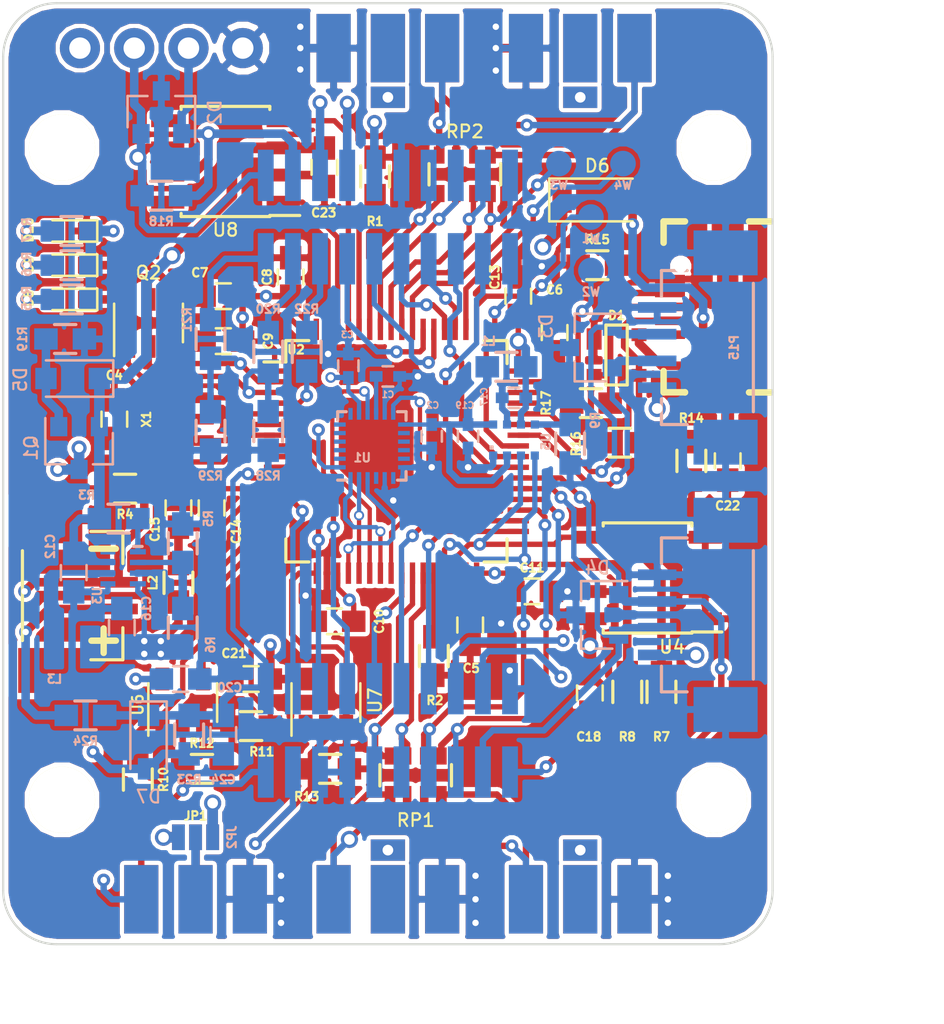
<source format=kicad_pcb>
(kicad_pcb (version 20171130) (host pcbnew "(5.0.0)")
  (layers (0 F.Cu signal) (1 In1.Cu signal) (2 In2.Cu power) (31 B.Cu signal) (34 B.Paste user) (35 F.Paste user) (36 B.SilkS user) (37 F.SilkS user) (38 B.Mask user) (39 F.Mask user) (44 Edge.Cuts user))
  (net 0 "")
  (net 1 "Net-(C1-Pad1)")
  (net 2 GND)
  (net 3 "Net-(C4-Pad2)")
  (net 4 "Net-(C5-Pad1)")
  (net 5 "Net-(C6-Pad1)")
  (net 6 +3V3)
  (net 7 +5V)
  (net 8 +3.3VADC)
  (net 9 GNDA)
  (net 10 "Net-(P1-Pad1)")
  (net 11 "Net-(P1-Pad3)")
  (net 12 "Net-(P1-Pad5)")
  (net 13 "Net-(R1-Pad1)")
  (net 14 "Net-(R2-Pad2)")
  (net 15 "Net-(R3-Pad1)")
  (net 16 "Net-(R5-Pad1)")
  (net 17 "Net-(U1-Pad2)")
  (net 18 "Net-(U1-Pad3)")
  (net 19 "Net-(U1-Pad4)")
  (net 20 "Net-(U1-Pad5)")
  (net 21 "Net-(U1-Pad6)")
  (net 22 "Net-(U1-Pad7)")
  (net 23 IMU_MISO)
  (net 24 IMU_INT)
  (net 25 "Net-(U1-Pad14)")
  (net 26 "Net-(U1-Pad15)")
  (net 27 "Net-(U1-Pad16)")
  (net 28 "Net-(U1-Pad17)")
  (net 29 "Net-(U1-Pad19)")
  (net 30 "Net-(U1-Pad21)")
  (net 31 IMU_CS)
  (net 32 IMU_SCK)
  (net 33 IMU_MOSI)
  (net 34 DIN1)
  (net 35 DIN2)
  (net 36 DIN3)
  (net 37 "Net-(U2-Pad5)")
  (net 38 "Net-(U2-Pad6)")
  (net 39 ADC1_IN10)
  (net 40 ADC1_IN11)
  (net 41 ADC1_IN12)
  (net 42 ADC1_IN13)
  (net 43 U4TX)
  (net 44 U4RX)
  (net 45 U2TX)
  (net 46 U2RX)
  (net 47 LED1)
  (net 48 T3C3)
  (net 49 T3C4)
  (net 50 LED2)
  (net 51 LED3)
  (net 52 T12C1)
  (net 53 T12C2)
  (net 54 U6TX)
  (net 55 U6RX)
  (net 56 SDIO_D0)
  (net 57 SDIO_D1)
  (net 58 SD_DECT)
  (net 59 U1TX)
  (net 60 U1RX)
  (net 61 USBDM)
  (net 62 USBDP)
  (net 63 SDIO_D2)
  (net 64 SDIO_D3)
  (net 65 SDIO_CK)
  (net 66 SDIO_CMD)
  (net 67 T3C1)
  (net 68 T3C2)
  (net 69 T4C1)
  (net 70 T4C2)
  (net 71 CAN1_RX)
  (net 72 CAN1_TX)
  (net 73 "Net-(U3-Pad8)")
  (net 74 VIN_RAW)
  (net 75 "Net-(JP1-Pad2)")
  (net 76 "Net-(JP2-Pad2)")
  (net 77 PWM1)
  (net 78 PWM2)
  (net 79 PWM3)
  (net 80 PWM4)
  (net 81 PWM5)
  (net 82 PWM6)
  (net 83 PWM7)
  (net 84 PWM8)
  (net 85 RC1_RX)
  (net 86 RC2_RX)
  (net 87 IMU_SDA)
  (net 88 IMU_SCL)
  (net 89 JTMS)
  (net 90 JTCK)
  (net 91 JTDI)
  (net 92 JTDO)
  (net 93 IMU_3V3)
  (net 94 "Net-(R9-Pad2)")
  (net 95 V_SW)
  (net 96 "Net-(C22-Pad2)")
  (net 97 "Net-(D1-Pad2)")
  (net 98 "Net-(D1-Pad3)")
  (net 99 USB_VBUS)
  (net 100 "Net-(P13-PadID)")
  (net 101 "Net-(U8-Pad5)")
  (net 102 "Net-(U8-Pad8)")
  (net 103 "Net-(D5-Pad2)")
  (net 104 CANL)
  (net 105 CANH)
  (net 106 "Net-(P17-Pad1)")
  (net 107 "Net-(D8-Pad2)")
  (net 108 "Net-(D8-Pad1)")
  (net 109 "Net-(D9-Pad2)")
  (net 110 "Net-(D9-Pad1)")
  (net 111 "Net-(D10-Pad2)")
  (module Housings_QFP:LQFP-64_10x10mm_Pitch0.5mm (layer F.Cu) (at 155.4 58.95)
    (fp_text reference U2 (at -4.7 -4.75) (layer F.SilkS) (effects (font (size 0.4 0.4) (thickness 0.1))))
    (fp_text value STM32F405RGTx hide)
    (pad 1 smd rect (at -5.7 -3.75) (size 1 0.25) (layers F.Cu F.Paste F.Mask) (net 6 +3V3))
    (pad 2 smd rect (at -5.7 -3.25) (size 1 0.25) (layers F.Cu F.Paste F.Mask) (net 34 DIN1))
    (pad 3 smd rect (at -5.7 -2.75) (size 1 0.25) (layers F.Cu F.Paste F.Mask) (net 35 DIN2))
    (pad 4 smd rect (at -5.7 -2.25) (size 1 0.25) (layers F.Cu F.Paste F.Mask) (net 36 DIN3))
    (pad 5 smd rect (at -5.7 -1.75) (size 1 0.25) (layers F.Cu F.Paste F.Mask) (net 37 "Net-(U2-Pad5)"))
    (pad 6 smd rect (at -5.7 -1.25) (size 1 0.25) (layers F.Cu F.Paste F.Mask) (net 38 "Net-(U2-Pad6)"))
    (pad 7 smd rect (at -5.7 -0.75) (size 1 0.25) (layers F.Cu F.Paste F.Mask) (net 3 "Net-(C4-Pad2)"))
    (pad 8 smd rect (at -5.7 -0.25) (size 1 0.25) (layers F.Cu F.Paste F.Mask) (net 39 ADC1_IN10))
    (pad 9 smd rect (at -5.7 0.25) (size 1 0.25) (layers F.Cu F.Paste F.Mask) (net 40 ADC1_IN11))
    (pad 10 smd rect (at -5.7 0.75) (size 1 0.25) (layers F.Cu F.Paste F.Mask) (net 41 ADC1_IN12))
    (pad 11 smd rect (at -5.7 1.25) (size 1 0.25) (layers F.Cu F.Paste F.Mask) (net 42 ADC1_IN13))
    (pad 12 smd rect (at -5.7 1.75) (size 1 0.25) (layers F.Cu F.Paste F.Mask) (net 9 GNDA))
    (pad 13 smd rect (at -5.7 2.25) (size 1 0.25) (layers F.Cu F.Paste F.Mask) (net 8 +3.3VADC))
    (pad 14 smd rect (at -5.7 2.75) (size 1 0.25) (layers F.Cu F.Paste F.Mask) (net 43 U4TX))
    (pad 15 smd rect (at -5.7 3.25) (size 1 0.25) (layers F.Cu F.Paste F.Mask) (net 44 U4RX))
    (pad 16 smd rect (at -5.7 3.75) (size 1 0.25) (layers F.Cu F.Paste F.Mask) (net 45 U2TX))
    (pad 17 smd rect (at -3.75 5.7 90) (size 1 0.25) (layers F.Cu F.Paste F.Mask) (net 46 U2RX))
    (pad 18 smd rect (at -3.25 5.7 90) (size 1 0.25) (layers F.Cu F.Paste F.Mask) (net 2 GND))
    (pad 19 smd rect (at -2.75 5.7 90) (size 1 0.25) (layers F.Cu F.Paste F.Mask) (net 6 +3V3))
    (pad 20 smd rect (at -2.25 5.7 90) (size 1 0.25) (layers F.Cu F.Paste F.Mask) (net 31 IMU_CS))
    (pad 21 smd rect (at -1.75 5.7 90) (size 1 0.25) (layers F.Cu F.Paste F.Mask) (net 32 IMU_SCK))
    (pad 22 smd rect (at -1.25 5.7 90) (size 1 0.25) (layers F.Cu F.Paste F.Mask) (net 23 IMU_MISO))
    (pad 23 smd rect (at -0.75 5.7 90) (size 1 0.25) (layers F.Cu F.Paste F.Mask) (net 33 IMU_MOSI))
    (pad 24 smd rect (at -0.25 5.7 90) (size 1 0.25) (layers F.Cu F.Paste F.Mask) (net 24 IMU_INT))
    (pad 25 smd rect (at 0.25 5.7 90) (size 1 0.25) (layers F.Cu F.Paste F.Mask) (net 47 LED1))
    (pad 26 smd rect (at 0.75 5.7 90) (size 1 0.25) (layers F.Cu F.Paste F.Mask) (net 48 T3C3))
    (pad 27 smd rect (at 1.25 5.7 90) (size 1 0.25) (layers F.Cu F.Paste F.Mask) (net 49 T3C4))
    (pad 28 smd rect (at 1.75 5.7 90) (size 1 0.25) (layers F.Cu F.Paste F.Mask) (net 14 "Net-(R2-Pad2)"))
    (pad 29 smd rect (at 2.25 5.7 90) (size 1 0.25) (layers F.Cu F.Paste F.Mask) (net 88 IMU_SCL))
    (pad 30 smd rect (at 2.75 5.7 90) (size 1 0.25) (layers F.Cu F.Paste F.Mask) (net 87 IMU_SDA))
    (pad 31 smd rect (at 3.25 5.7 90) (size 1 0.25) (layers F.Cu F.Paste F.Mask) (net 4 "Net-(C5-Pad1)"))
    (pad 32 smd rect (at 3.75 5.7 90) (size 1 0.25) (layers F.Cu F.Paste F.Mask) (net 6 +3V3))
    (pad 33 smd rect (at 5.7 3.75) (size 1 0.25) (layers F.Cu F.Paste F.Mask) (net 50 LED2))
    (pad 34 smd rect (at 5.7 3.25) (size 1 0.25) (layers F.Cu F.Paste F.Mask) (net 51 LED3))
    (pad 35 smd rect (at 5.7 2.75) (size 1 0.25) (layers F.Cu F.Paste F.Mask) (net 52 T12C1))
    (pad 36 smd rect (at 5.7 2.25) (size 1 0.25) (layers F.Cu F.Paste F.Mask) (net 53 T12C2))
    (pad 37 smd rect (at 5.7 1.75) (size 1 0.25) (layers F.Cu F.Paste F.Mask) (net 54 U6TX))
    (pad 38 smd rect (at 5.7 1.25) (size 1 0.25) (layers F.Cu F.Paste F.Mask) (net 55 U6RX))
    (pad 39 smd rect (at 5.7 0.75) (size 1 0.25) (layers F.Cu F.Paste F.Mask) (net 56 SDIO_D0))
    (pad 40 smd rect (at 5.7 0.25) (size 1 0.25) (layers F.Cu F.Paste F.Mask) (net 57 SDIO_D1))
    (pad 41 smd rect (at 5.7 -0.25) (size 1 0.25) (layers F.Cu F.Paste F.Mask) (net 58 SD_DECT))
    (pad 42 smd rect (at 5.7 -0.75) (size 1 0.25) (layers F.Cu F.Paste F.Mask) (net 59 U1TX))
    (pad 43 smd rect (at 5.7 -1.25) (size 1 0.25) (layers F.Cu F.Paste F.Mask) (net 60 U1RX))
    (pad 44 smd rect (at 5.7 -1.75) (size 1 0.25) (layers F.Cu F.Paste F.Mask) (net 61 USBDM))
    (pad 45 smd rect (at 5.7 -2.25) (size 1 0.25) (layers F.Cu F.Paste F.Mask) (net 62 USBDP))
    (pad 46 smd rect (at 5.7 -2.75) (size 1 0.25) (layers F.Cu F.Paste F.Mask) (net 89 JTMS))
    (pad 47 smd rect (at 5.7 -3.25) (size 1 0.25) (layers F.Cu F.Paste F.Mask) (net 5 "Net-(C6-Pad1)"))
    (pad 48 smd rect (at 5.7 -3.75) (size 1 0.25) (layers F.Cu F.Paste F.Mask) (net 6 +3V3))
    (pad 49 smd rect (at 3.75 -5.7 90) (size 1 0.25) (layers F.Cu F.Paste F.Mask) (net 90 JTCK))
    (pad 50 smd rect (at 3.25 -5.7 90) (size 1 0.25) (layers F.Cu F.Paste F.Mask) (net 91 JTDI))
    (pad 51 smd rect (at 2.75 -5.7 90) (size 1 0.25) (layers F.Cu F.Paste F.Mask) (net 63 SDIO_D2))
    (pad 52 smd rect (at 2.25 -5.7 90) (size 1 0.25) (layers F.Cu F.Paste F.Mask) (net 64 SDIO_D3))
    (pad 53 smd rect (at 1.75 -5.7 90) (size 1 0.25) (layers F.Cu F.Paste F.Mask) (net 65 SDIO_CK))
    (pad 54 smd rect (at 1.25 -5.7 90) (size 1 0.25) (layers F.Cu F.Paste F.Mask) (net 66 SDIO_CMD))
    (pad 55 smd rect (at 0.75 -5.7 90) (size 1 0.25) (layers F.Cu F.Paste F.Mask) (net 92 JTDO))
    (pad 56 smd rect (at 0.25 -5.7 90) (size 1 0.25) (layers F.Cu F.Paste F.Mask) (net 67 T3C1))
    (pad 57 smd rect (at -0.25 -5.7 90) (size 1 0.25) (layers F.Cu F.Paste F.Mask) (net 68 T3C2))
    (pad 58 smd rect (at -0.75 -5.7 90) (size 1 0.25) (layers F.Cu F.Paste F.Mask) (net 69 T4C1))
    (pad 59 smd rect (at -1.25 -5.7 90) (size 1 0.25) (layers F.Cu F.Paste F.Mask) (net 70 T4C2))
    (pad 60 smd rect (at -1.75 -5.7 90) (size 1 0.25) (layers F.Cu F.Paste F.Mask) (net 13 "Net-(R1-Pad1)"))
    (pad 61 smd rect (at -2.25 -5.7 90) (size 1 0.25) (layers F.Cu F.Paste F.Mask) (net 71 CAN1_RX))
    (pad 62 smd rect (at -2.75 -5.7 90) (size 1 0.25) (layers F.Cu F.Paste F.Mask) (net 72 CAN1_TX))
    (pad 63 smd rect (at -3.25 -5.7 90) (size 1 0.25) (layers F.Cu F.Paste F.Mask) (net 2 GND))
    (pad 64 smd rect (at -3.75 -5.7 90) (size 1 0.25) (layers F.Cu F.Paste F.Mask) (net 6 +3V3))
  )
  (module TO_SOT_Packages_SMD:SOT-23 (layer B.Cu) (at 164.5 54.1 180)
    (fp_text reference D3 (at 2.1 1 270) (layer B.SilkS) (effects (font (size 0.6 0.6) (thickness 0.1)) (justify mirror)))
    (fp_text value PESD3V3)
    (pad 1 smd rect (at -1 0.95 180) (size 0.9 0.8) (layers B.Cu B.Paste B.Mask) (net 60 U1RX))
    (pad 2 smd rect (at -1 -0.95 180) (size 0.9 0.8) (layers B.Cu B.Paste B.Mask) (net 59 U1TX))
    (pad 3 smd rect (at 1 0 180) (size 0.9 0.8) (layers B.Cu B.Paste B.Mask) (net 2 GND))
  )
  (module Capacitors_SMD:C_0402 (layer B.Cu) (at 155 55.45)
    (fp_text reference C1 (at 0 0.85) (layer B.SilkS) (effects (font (size 0.3 0.3) (thickness 0.07)) (justify mirror)))
    (fp_text value 100nF)
    (pad 1 smd rect (at -0.55 0) (size 0.6 0.5) (layers B.Cu B.Paste B.Mask) (net 1 "Net-(C1-Pad1)"))
    (pad 2 smd rect (at 0.55 0) (size 0.6 0.5) (layers B.Cu B.Paste B.Mask) (net 2 GND))
  )
  (module Capacitors_SMD:C_0402 (layer B.Cu) (at 157.05 58.25 270)
    (fp_text reference C2 (at -1.45 -0.05) (layer B.SilkS) (effects (font (size 0.3 0.3) (thickness 0.07)) (justify mirror)))
    (fp_text value 100nF)
    (pad 1 smd rect (at -0.55 0 270) (size 0.6 0.5) (layers B.Cu B.Paste B.Mask) (net 93 IMU_3V3))
    (pad 2 smd rect (at 0.55 0 270) (size 0.6 0.5) (layers B.Cu B.Paste B.Mask) (net 2 GND))
  )
  (module Capacitors_SMD:C_0402 (layer B.Cu) (at 153.15 54.95 90)
    (fp_text reference C3 (at 1.45 -0.05 180) (layer B.SilkS) (effects (font (size 0.3 0.3) (thickness 0.07)) (justify mirror)))
    (fp_text value 10nF)
    (pad 1 smd rect (at -0.55 0 90) (size 0.6 0.5) (layers B.Cu B.Paste B.Mask) (net 6 +3V3))
    (pad 2 smd rect (at 0.55 0 90) (size 0.6 0.5) (layers B.Cu B.Paste B.Mask) (net 2 GND))
  )
  (module Capacitors_SMD:C_0603_HandSoldering (layer F.Cu) (at 142.2 57.45 270)
    (fp_text reference C4 (at -2.05 0) (layer F.SilkS) (effects (font (size 0.4 0.4) (thickness 0.1))))
    (fp_text value 100nF)
    (pad 1 smd rect (at -0.9 0 270) (size 1.1 1) (layers F.Cu F.Paste F.Mask) (net 2 GND))
    (pad 2 smd rect (at 0.9 0 270) (size 1.1 1) (layers F.Cu F.Paste F.Mask) (net 3 "Net-(C4-Pad2)"))
  )
  (module Capacitors_SMD:C_0603_HandSoldering (layer F.Cu) (at 158.85 67.075 270)
    (fp_text reference C5 (at 2.025 -0.05) (layer F.SilkS) (effects (font (size 0.4 0.4) (thickness 0.1))))
    (fp_text value 2.2uF)
    (pad 1 smd rect (at -0.9 0 270) (size 1.1 1) (layers F.Cu F.Paste F.Mask) (net 4 "Net-(C5-Pad1)"))
    (pad 2 smd rect (at 0.9 0 270) (size 1.1 1) (layers F.Cu F.Paste F.Mask) (net 2 GND))
  )
  (module Capacitors_SMD:C_0603_HandSoldering (layer F.Cu) (at 162.8 53.4 90)
    (fp_text reference C6 (at 2 0 180) (layer F.SilkS) (effects (font (size 0.4 0.4) (thickness 0.1))))
    (fp_text value 2.2uF)
    (pad 1 smd rect (at -0.9 0 90) (size 1.1 1) (layers F.Cu F.Paste F.Mask) (net 5 "Net-(C6-Pad1)"))
    (pad 2 smd rect (at 0.9 0 90) (size 1.1 1) (layers F.Cu F.Paste F.Mask) (net 2 GND))
  )
  (module Capacitors_SMD:C_0603_HandSoldering (layer F.Cu) (at 147.3 51.7 180)
    (fp_text reference C7 (at 1.1 1.1 180) (layer F.SilkS) (effects (font (size 0.4 0.4) (thickness 0.1))))
    (fp_text value 4.7uF)
    (pad 1 smd rect (at -0.9 0 180) (size 1.1 1) (layers F.Cu F.Paste F.Mask) (net 6 +3V3))
    (pad 2 smd rect (at 0.9 0 180) (size 1.1 1) (layers F.Cu F.Paste F.Mask) (net 2 GND))
  )
  (module Capacitors_SMD:C_0603_HandSoldering (layer F.Cu) (at 150.45 50.8 90)
    (fp_text reference C8 (at 0 -1.1 90) (layer F.SilkS) (effects (font (size 0.4 0.4) (thickness 0.1))))
    (fp_text value 100nF)
    (pad 1 smd rect (at -0.9 0 90) (size 1.1 1) (layers F.Cu F.Paste F.Mask) (net 6 +3V3))
    (pad 2 smd rect (at 0.9 0 90) (size 1.1 1) (layers F.Cu F.Paste F.Mask) (net 2 GND))
  )
  (module Capacitors_SMD:C_0603_HandSoldering (layer F.Cu) (at 147.3 53.8 180)
    (fp_text reference C9 (at -2.1 0 270) (layer F.SilkS) (effects (font (size 0.4 0.4) (thickness 0.1))))
    (fp_text value 100nF)
    (pad 1 smd rect (at -0.9 0 180) (size 1.1 1) (layers F.Cu F.Paste F.Mask) (net 6 +3V3))
    (pad 2 smd rect (at 0.9 0 180) (size 1.1 1) (layers F.Cu F.Paste F.Mask) (net 2 GND))
  )
  (module Capacitors_SMD:C_0603_HandSoldering (layer F.Cu) (at 152.5 66.9 180)
    (fp_text reference C10 (at -2.1 0 270) (layer F.SilkS) (effects (font (size 0.4 0.4) (thickness 0.1))))
    (fp_text value 100nF)
    (pad 1 smd rect (at -0.9 0 180) (size 1.1 1) (layers F.Cu F.Paste F.Mask) (net 6 +3V3))
    (pad 2 smd rect (at 0.9 0 180) (size 1.1 1) (layers F.Cu F.Paste F.Mask) (net 2 GND))
  )
  (module Capacitors_SMD:C_0603_HandSoldering (layer F.Cu) (at 161.75 65.5)
    (fp_text reference C11 (at 0 -1.1) (layer F.SilkS) (effects (font (size 0.4 0.4) (thickness 0.1))))
    (fp_text value 100nF)
    (pad 1 smd rect (at -0.9 0) (size 1.1 1) (layers F.Cu F.Paste F.Mask) (net 6 +3V3))
    (pad 2 smd rect (at 0.9 0) (size 1.1 1) (layers F.Cu F.Paste F.Mask) (net 2 GND))
  )
  (module Capacitors_SMD:C_0603_HandSoldering (layer B.Cu) (at 140.3 64.625 270)
    (fp_text reference C12 (at -1.225 1.1 270) (layer B.SilkS) (effects (font (size 0.4 0.4) (thickness 0.1)) (justify mirror)))
    (fp_text value 10uF)
    (pad 1 smd rect (at -0.9 0 270) (size 1.1 1) (layers B.Cu B.Paste B.Mask) (net 7 +5V))
    (pad 2 smd rect (at 0.9 0 270) (size 1.1 1) (layers B.Cu B.Paste B.Mask) (net 2 GND))
  )
  (module Capacitors_SMD:C_0603_HandSoldering (layer F.Cu) (at 161.1 51.7 90)
    (fp_text reference C13 (at 0.9 -1.1 90) (layer F.SilkS) (effects (font (size 0.4 0.4) (thickness 0.1))))
    (fp_text value 100nF)
    (pad 1 smd rect (at -0.9 0 90) (size 1.1 1) (layers F.Cu F.Paste F.Mask) (net 6 +3V3))
    (pad 2 smd rect (at 0.9 0 90) (size 1.1 1) (layers F.Cu F.Paste F.Mask) (net 2 GND))
  )
  (module Capacitors_SMD:C_0603_HandSoldering (layer F.Cu) (at 146.75 61.6 90)
    (fp_text reference C14 (at -1.1 1.15 90) (layer F.SilkS) (effects (font (size 0.4 0.4) (thickness 0.1))))
    (fp_text value 100nF)
    (pad 1 smd rect (at -0.9 0 90) (size 1.1 1) (layers F.Cu F.Paste F.Mask) (net 8 +3.3VADC))
    (pad 2 smd rect (at 0.9 0 90) (size 1.1 1) (layers F.Cu F.Paste F.Mask) (net 9 GNDA))
  )
  (module Capacitors_SMD:C_0603_HandSoldering (layer F.Cu) (at 145.2 61.6 90)
    (fp_text reference C15 (at -1 -1.1 90) (layer F.SilkS) (effects (font (size 0.4 0.4) (thickness 0.1))))
    (fp_text value 1uF)
    (pad 1 smd rect (at -0.9 0 90) (size 1.1 1) (layers F.Cu F.Paste F.Mask) (net 8 +3.3VADC))
    (pad 2 smd rect (at 0.9 0 90) (size 1.1 1) (layers F.Cu F.Paste F.Mask) (net 9 GNDA))
  )
  (module Capacitors_SMD:C_0603_HandSoldering (layer B.Cu) (at 142.55 67.2 90)
    (fp_text reference C16 (at 0.9 1.15 90) (layer B.SilkS) (effects (font (size 0.4 0.4) (thickness 0.1)) (justify mirror)))
    (fp_text value 10uF)
    (pad 1 smd rect (at -0.9 0 90) (size 1.1 1) (layers B.Cu B.Paste B.Mask) (net 6 +3V3))
    (pad 2 smd rect (at 0.9 0 90) (size 1.1 1) (layers B.Cu B.Paste B.Mask) (net 2 GND))
  )
  (module Resistors_SMD:R_0603_HandSoldering (layer B.Cu) (at 160.55 55 180)
    (fp_text reference L1 (at 0.85 1.2 180) (layer B.SilkS) (effects (font (size 0.4 0.4) (thickness 0.1)) (justify mirror)))
    (fp_text value 1K)
    (pad 1 smd rect (at -0.9 0 180) (size 1.1 1) (layers B.Cu B.Paste B.Mask) (net 6 +3V3))
    (pad 2 smd rect (at 0.9 0 180) (size 1.1 1) (layers B.Cu B.Paste B.Mask) (net 93 IMU_3V3))
  )
  (module Resistors_SMD:R_0603_HandSoldering (layer F.Cu) (at 145.2 65.1 90)
    (fp_text reference L2 (at 0 -1.2 90) (layer F.SilkS) (effects (font (size 0.4 0.4) (thickness 0.1))))
    (fp_text value 1K)
    (pad 1 smd rect (at -0.9 0 90) (size 1.1 1) (layers F.Cu F.Paste F.Mask) (net 6 +3V3))
    (pad 2 smd rect (at 0.9 0 90) (size 1.1 1) (layers F.Cu F.Paste F.Mask) (net 8 +3.3VADC))
  )
  (module Inductor:VLS2520 (layer B.Cu) (at 140.2 68.1)
    (fp_text reference L3 (at -0.8 1.5) (layer B.SilkS) (effects (font (size 0.4 0.4) (thickness 0.1)) (justify mirror)))
    (fp_text value 1.5uH)
    (pad 1 smd rect (at -0.825 0) (size 0.85 2) (layers B.Cu B.Paste B.Mask) (net 95 V_SW))
    (pad 2 smd rect (at 0.825 0) (size 0.85 2) (layers B.Cu B.Paste B.Mask) (net 6 +3V3))
  )
  (module Connector:SMD2x10_1.27mm (layer B.Cu) (at 155 48)
    (fp_text reference P1 hide)
    (fp_text value CONN_02X10 hide)
    (pad 1 smd rect (at -5.715 1.95) (size 0.74 2.4) (layers B.Cu B.Paste B.Mask) (net 10 "Net-(P1-Pad1)"))
    (pad 2 smd rect (at -5.715 -1.95) (size 0.74 2.4) (layers B.Cu B.Paste B.Mask) (net 104 CANL))
    (pad 3 smd rect (at -4.445 1.95) (size 0.74 2.4) (layers B.Cu B.Paste B.Mask) (net 11 "Net-(P1-Pad3)"))
    (pad 4 smd rect (at -4.445 -1.95) (size 0.74 2.4) (layers B.Cu B.Paste B.Mask) (net 105 CANH))
    (pad 5 smd rect (at -3.175 1.95) (size 0.74 2.4) (layers B.Cu B.Paste B.Mask) (net 12 "Net-(P1-Pad5)"))
    (pad 6 smd rect (at -3.175 -1.95) (size 0.74 2.4) (layers B.Cu B.Paste B.Mask) (net 74 VIN_RAW))
    (pad 7 smd rect (at -1.905 1.95) (size 0.74 2.4) (layers B.Cu B.Paste B.Mask) (net 66 SDIO_CMD))
    (pad 8 smd rect (at -1.905 -1.95) (size 0.74 2.4) (layers B.Cu B.Paste B.Mask) (net 74 VIN_RAW))
    (pad 9 smd rect (at -0.635 1.95) (size 0.74 2.4) (layers B.Cu B.Paste B.Mask) (net 65 SDIO_CK))
    (pad 10 smd rect (at -0.635 -1.95) (size 0.74 2.4) (layers B.Cu B.Paste B.Mask) (net 74 VIN_RAW))
    (pad 11 smd rect (at 0.635 1.95) (size 0.74 2.4) (layers B.Cu B.Paste B.Mask) (net 64 SDIO_D3))
    (pad 12 smd rect (at 0.635 -1.95) (size 0.74 2.4) (layers B.Cu B.Paste B.Mask) (net 2 GND))
    (pad 13 smd rect (at 1.905 1.95) (size 0.74 2.4) (layers B.Cu B.Paste B.Mask) (net 63 SDIO_D2))
    (pad 14 smd rect (at 1.905 -1.95) (size 0.74 2.4) (layers B.Cu B.Paste B.Mask) (net 70 T4C2))
    (pad 15 smd rect (at 3.175 1.95) (size 0.74 2.4) (layers B.Cu B.Paste B.Mask) (net 57 SDIO_D1))
    (pad 16 smd rect (at 3.175 -1.95) (size 0.74 2.4) (layers B.Cu B.Paste B.Mask) (net 69 T4C1))
    (pad 17 smd rect (at 4.445 1.95) (size 0.74 2.4) (layers B.Cu B.Paste B.Mask) (net 56 SDIO_D0))
    (pad 18 smd rect (at 4.445 -1.95) (size 0.74 2.4) (layers B.Cu B.Paste B.Mask) (net 68 T3C2))
    (pad 19 smd rect (at 5.715 1.95) (size 0.74 2.4) (layers B.Cu B.Paste B.Mask) (net 58 SD_DECT))
    (pad 20 smd rect (at 5.715 -1.95) (size 0.74 2.4) (layers B.Cu B.Paste B.Mask) (net 67 T3C1))
  )
  (module Connector:SMD2x10_1.27mm (layer B.Cu) (at 155 72)
    (fp_text reference P2 hide)
    (fp_text value CONN_02X10 hide)
    (pad 1 smd rect (at -5.715 1.95) (size 0.74 2.4) (layers B.Cu B.Paste B.Mask) (net 85 RC1_RX))
    (pad 2 smd rect (at -5.715 -1.95) (size 0.74 2.4) (layers B.Cu B.Paste B.Mask) (net 42 ADC1_IN13))
    (pad 3 smd rect (at -4.445 1.95) (size 0.74 2.4) (layers B.Cu B.Paste B.Mask) (net 86 RC2_RX))
    (pad 4 smd rect (at -4.445 -1.95) (size 0.74 2.4) (layers B.Cu B.Paste B.Mask) (net 41 ADC1_IN12))
    (pad 5 smd rect (at -3.175 1.95) (size 0.74 2.4) (layers B.Cu B.Paste B.Mask) (net 2 GND))
    (pad 6 smd rect (at -3.175 -1.95) (size 0.74 2.4) (layers B.Cu B.Paste B.Mask) (net 40 ADC1_IN11))
    (pad 7 smd rect (at -1.905 1.95) (size 0.74 2.4) (layers B.Cu B.Paste B.Mask) (net 2 GND))
    (pad 8 smd rect (at -1.905 -1.95) (size 0.74 2.4) (layers B.Cu B.Paste B.Mask) (net 39 ADC1_IN10))
    (pad 9 smd rect (at -0.635 1.95) (size 0.74 2.4) (layers B.Cu B.Paste B.Mask) (net 48 T3C3))
    (pad 10 smd rect (at -0.635 -1.95) (size 0.74 2.4) (layers B.Cu B.Paste B.Mask) (net 47 LED1))
    (pad 11 smd rect (at 0.635 1.95) (size 0.74 2.4) (layers B.Cu B.Paste B.Mask) (net 49 T3C4))
    (pad 12 smd rect (at 0.635 -1.95) (size 0.74 2.4) (layers B.Cu B.Paste B.Mask) (net 51 LED3))
    (pad 13 smd rect (at 1.905 1.95) (size 0.74 2.4) (layers B.Cu B.Paste B.Mask) (net 52 T12C1))
    (pad 14 smd rect (at 1.905 -1.95) (size 0.74 2.4) (layers B.Cu B.Paste B.Mask) (net 50 LED2))
    (pad 15 smd rect (at 3.175 1.95) (size 0.74 2.4) (layers B.Cu B.Paste B.Mask) (net 53 T12C2))
    (pad 16 smd rect (at 3.175 -1.95) (size 0.74 2.4) (layers B.Cu B.Paste B.Mask) (net 60 U1RX))
    (pad 17 smd rect (at 4.445 1.95) (size 0.74 2.4) (layers B.Cu B.Paste B.Mask) (net 54 U6TX))
    (pad 18 smd rect (at 4.445 -1.95) (size 0.74 2.4) (layers B.Cu B.Paste B.Mask) (net 59 U1TX))
    (pad 19 smd rect (at 5.715 1.95) (size 0.74 2.4) (layers B.Cu B.Paste B.Mask) (net 55 U6RX))
    (pad 20 smd rect (at 5.715 -1.95) (size 0.74 2.4) (layers B.Cu B.Paste B.Mask) (net 2 GND))
  )
  (module Resistors_SMD:R_0603_HandSoldering (layer F.Cu) (at 154.4 46.1 90)
    (fp_text reference R1 (at -2.1 0 180) (layer F.SilkS) (effects (font (size 0.4 0.4) (thickness 0.1))))
    (fp_text value 10K)
    (pad 1 smd rect (at -0.9 0 90) (size 1.1 1) (layers F.Cu F.Paste F.Mask) (net 13 "Net-(R1-Pad1)"))
    (pad 2 smd rect (at 0.9 0 90) (size 1.1 1) (layers F.Cu F.Paste F.Mask) (net 2 GND))
  )
  (module Resistors_SMD:R_0603_HandSoldering (layer F.Cu) (at 157.15 68.525 90)
    (fp_text reference R2 (at -2.075 0.05 180) (layer F.SilkS) (effects (font (size 0.4 0.4) (thickness 0.1))))
    (fp_text value 10K)
    (pad 1 smd rect (at -0.9 0 90) (size 1.1 1) (layers F.Cu F.Paste F.Mask) (net 2 GND))
    (pad 2 smd rect (at 0.9 0 90) (size 1.1 1) (layers F.Cu F.Paste F.Mask) (net 14 "Net-(R2-Pad2)"))
  )
  (module Resistors_SMD:R_0603_HandSoldering (layer B.Cu) (at 142.4 62.1 180)
    (fp_text reference R3 (at 1.5 1.1 180) (layer B.SilkS) (effects (font (size 0.4 0.4) (thickness 0.1)) (justify mirror)))
    (fp_text value 200K)
    (pad 1 smd rect (at -0.9 0 180) (size 1.1 1) (layers B.Cu B.Paste B.Mask) (net 15 "Net-(R3-Pad1)"))
    (pad 2 smd rect (at 0.9 0 180) (size 1.1 1) (layers B.Cu B.Paste B.Mask) (net 7 +5V))
  )
  (module Resistors_SMD:R_0603_HandSoldering (layer F.Cu) (at 142.7 60.7 180)
    (fp_text reference R4 (at 0 -1.2 180) (layer F.SilkS) (effects (font (size 0.4 0.4) (thickness 0.1))))
    (fp_text value 0)
    (pad 1 smd rect (at -0.9 0 180) (size 1.1 1) (layers F.Cu F.Paste F.Mask) (net 9 GNDA))
    (pad 2 smd rect (at 0.9 0 180) (size 1.1 1) (layers F.Cu F.Paste F.Mask) (net 2 GND))
  )
  (module Resistors_SMD:R_0603_HandSoldering (layer B.Cu) (at 145.4 63.25 90)
    (fp_text reference R5 (at 1.15 1.2 90) (layer B.SilkS) (effects (font (size 0.4 0.4) (thickness 0.1)) (justify mirror)))
    (fp_text value 44.2K)
    (pad 1 smd rect (at -0.9 0 90) (size 1.1 1) (layers B.Cu B.Paste B.Mask) (net 16 "Net-(R5-Pad1)"))
    (pad 2 smd rect (at 0.9 0 90) (size 1.1 1) (layers B.Cu B.Paste B.Mask) (net 2 GND))
  )
  (module Resistors_SMD:R_0603_HandSoldering (layer B.Cu) (at 145.4 67.2 90)
    (fp_text reference R6 (at -0.8 1.3 90) (layer B.SilkS) (effects (font (size 0.4 0.4) (thickness 0.1)) (justify mirror)))
    (fp_text value 200K)
    (pad 1 smd rect (at -0.9 0 90) (size 1.1 1) (layers B.Cu B.Paste B.Mask) (net 6 +3V3))
    (pad 2 smd rect (at 0.9 0 90) (size 1.1 1) (layers B.Cu B.Paste B.Mask) (net 16 "Net-(R5-Pad1)"))
  )
  (module Housings_DFN_QFN:QFN-24_3x3mm_Pitch0.4mm_NoMask (layer B.Cu) (at 154.25 58.7)
    (fp_text reference U1 (at -0.45 0.55) (layer B.SilkS) (effects (font (size 0.4 0.4) (thickness 0.1)) (justify mirror)))
    (fp_text value MPU9250)
    (pad 1 smd rect (at -1.5 1) (size 0.55 0.2) (layers B.Cu B.Paste B.Mask) (net 6 +3V3))
    (pad 2 smd rect (at -1.5 0.6) (size 0.55 0.2) (layers B.Cu B.Paste B.Mask) (net 17 "Net-(U1-Pad2)"))
    (pad 3 smd rect (at -1.5 0.2) (size 0.55 0.2) (layers B.Cu B.Paste B.Mask) (net 18 "Net-(U1-Pad3)"))
    (pad 4 smd rect (at -1.5 -0.2) (size 0.55 0.2) (layers B.Cu B.Paste B.Mask) (net 19 "Net-(U1-Pad4)"))
    (pad 5 smd rect (at -1.5 -0.6) (size 0.55 0.2) (layers B.Cu B.Paste B.Mask) (net 20 "Net-(U1-Pad5)"))
    (pad 6 smd rect (at -1.5 -1) (size 0.55 0.2) (layers B.Cu B.Paste B.Mask) (net 21 "Net-(U1-Pad6)"))
    (pad 7 smd rect (at -1 -1.5 270) (size 0.55 0.2) (layers B.Cu B.Paste B.Mask) (net 22 "Net-(U1-Pad7)"))
    (pad 8 smd rect (at -0.6 -1.5 270) (size 0.55 0.2) (layers B.Cu B.Paste B.Mask) (net 6 +3V3))
    (pad 9 smd rect (at -0.2 -1.5 270) (size 0.55 0.2) (layers B.Cu B.Paste B.Mask) (net 23 IMU_MISO))
    (pad 10 smd rect (at 0.2 -1.5 270) (size 0.55 0.2) (layers B.Cu B.Paste B.Mask) (net 1 "Net-(C1-Pad1)"))
    (pad 11 smd rect (at 0.6 -1.5 270) (size 0.55 0.2) (layers B.Cu B.Paste B.Mask) (net 2 GND))
    (pad 12 smd rect (at 1 -1.5 270) (size 0.55 0.2) (layers B.Cu B.Paste B.Mask) (net 24 IMU_INT))
    (pad 13 smd rect (at 1.5 -1) (size 0.55 0.2) (layers B.Cu B.Paste B.Mask) (net 93 IMU_3V3))
    (pad 14 smd rect (at 1.5 -0.6) (size 0.55 0.2) (layers B.Cu B.Paste B.Mask) (net 25 "Net-(U1-Pad14)"))
    (pad 15 smd rect (at 1.5 -0.2) (size 0.55 0.2) (layers B.Cu B.Paste B.Mask) (net 26 "Net-(U1-Pad15)"))
    (pad 16 smd rect (at 1.5 0.2) (size 0.55 0.2) (layers B.Cu B.Paste B.Mask) (net 27 "Net-(U1-Pad16)"))
    (pad 17 smd rect (at 1.5 0.6) (size 0.55 0.2) (layers B.Cu B.Paste B.Mask) (net 28 "Net-(U1-Pad17)"))
    (pad 18 smd rect (at 1.5 1) (size 0.55 0.2) (layers B.Cu B.Paste B.Mask) (net 2 GND))
    (pad 19 smd rect (at 1 1.5 270) (size 0.55 0.2) (layers B.Cu B.Paste B.Mask) (net 29 "Net-(U1-Pad19)"))
    (pad 20 smd rect (at 0.6 1.5 270) (size 0.55 0.2) (layers B.Cu B.Paste B.Mask) (net 2 GND))
    (pad 21 smd rect (at 0.2 1.5 270) (size 0.55 0.2) (layers B.Cu B.Paste B.Mask) (net 30 "Net-(U1-Pad21)"))
    (pad 22 smd rect (at -0.2 1.5 270) (size 0.55 0.2) (layers B.Cu B.Paste B.Mask) (net 31 IMU_CS))
    (pad 23 smd rect (at -0.6 1.5 270) (size 0.55 0.2) (layers B.Cu B.Paste B.Mask) (net 32 IMU_SCK))
    (pad 24 smd rect (at -1 1.5 270) (size 0.55 0.2) (layers B.Cu B.Paste B.Mask) (net 33 IMU_MOSI))
  )
  (module QFN_Ext:QFN8_2x1.5 (layer B.Cu) (at 142.6 64.4 180)
    (fp_text reference U3 (at 1.2 -1.3 270) (layer B.SilkS) (effects (font (size 0.4 0.4) (thickness 0.1)) (justify mirror)))
    (fp_text value MP2162)
    (pad 1 smd rect (at -0.7 0.75 180) (size 0.75 0.25) (layers B.Cu B.Paste B.Mask) (net 15 "Net-(R3-Pad1)"))
    (pad 2 smd rect (at -0.7 0.25 180) (size 0.75 0.25) (layers B.Cu B.Paste B.Mask) (net 16 "Net-(R5-Pad1)"))
    (pad 3 smd rect (at -0.7 -0.25 180) (size 0.75 0.25) (layers B.Cu B.Paste B.Mask) (net 2 GND))
    (pad 4 smd rect (at -0.7 -0.75 180) (size 0.75 0.25) (layers B.Cu B.Paste B.Mask) (net 6 +3V3))
    (pad 5 smd rect (at 0.7 -0.75 180) (size 0.7 0.25) (layers B.Cu B.Paste B.Mask) (net 2 GND))
    (pad 6 smd rect (at 0.7 -0.25 180) (size 0.7 0.25) (layers B.Cu B.Paste B.Mask) (net 95 V_SW))
    (pad 7 smd rect (at 0.7 0.25 180) (size 0.7 0.25) (layers B.Cu B.Paste B.Mask) (net 7 +5V))
    (pad 8 smd rect (at 0.7 0.75 180) (size 0.7 0.25) (layers B.Cu B.Paste B.Mask) (net 73 "Net-(U3-Pad8)"))
  )
  (module MurataResonators:CERALOCK-CSTCW (layer F.Cu) (at 145.5 57.45 90)
    (fp_text reference X1 (at 0 -1.8 90) (layer F.SilkS) (effects (font (size 0.4 0.4) (thickness 0.1))))
    (fp_text value 25MHz)
    (pad 1 smd rect (at 1 0 180) (size 2.7 0.5) (layers F.Cu F.Paste F.Mask) (net 37 "Net-(U2-Pad5)"))
    (pad 2 smd rect (at 0 0 180) (size 2.7 0.5) (layers F.Cu F.Paste F.Mask) (net 2 GND))
    (pad 3 smd rect (at -1 0 180) (size 2.7 0.5) (layers F.Cu F.Paste F.Mask) (net 38 "Net-(U2-Pad6)"))
  )
  (module PCB_Misc:MOUNT_HOLES_OP (layer F.Cu) (at 155 60)
    (fp_text reference MNT1 hide)
    (fp_text value MOUNT_HOLES_OP hide)
    (pad "" np_thru_hole circle (at -15.25 -15.25) (size 3.1 3.1) (drill 3.1) (layers *.Cu *.Mask F.SilkS))
    (pad "" np_thru_hole circle (at 15.25 -15.25) (size 3.1 3.1) (drill 3.1) (layers *.Cu *.Mask F.SilkS))
    (pad "" np_thru_hole circle (at 15.25 15.25) (size 3.1 3.1) (drill 3.1) (layers *.Cu *.Mask F.SilkS))
    (pad "" np_thru_hole circle (at -15.25 15.25) (size 3.1 3.1) (drill 3.1) (layers *.Cu *.Mask F.SilkS))
  )
  (module Connector:M03_SMD (layer B.Cu) (at 146 79.9 180)
    (fp_text reference P12 hide)
    (fp_text value CONN_01X03 hide)
    (pad 1 smd rect (at -2.54 0 180) (size 1.6 3.2) (layers B.Cu B.Mask) (net 2 GND))
    (pad 2 smd rect (at 0 0 180) (size 1.6 3.2) (layers B.Cu B.Mask) (net 76 "Net-(JP2-Pad2)"))
    (pad 3 smd rect (at 2.54 0 180) (size 1.6 3.2) (layers B.Cu B.Mask) (net 86 RC2_RX))
  )
  (module Connector:M03_SMD (layer F.Cu) (at 146 79.9)
    (fp_text reference P11 hide)
    (fp_text value CONN_01X03 hide)
    (pad 1 smd rect (at -2.54 0) (size 1.6 3.2) (layers F.Cu F.Mask) (net 85 RC1_RX))
    (pad 2 smd rect (at 0 0) (size 1.6 3.2) (layers F.Cu F.Mask) (net 75 "Net-(JP1-Pad2)"))
    (pad 3 smd rect (at 2.54 0) (size 1.6 3.2) (layers F.Cu F.Mask) (net 2 GND))
  )
  (module Connector:M03_SMD-JP (layer B.Cu) (at 164 40.1)
    (fp_text reference P10 hide)
    (fp_text value CONN_01X03 hide)
    (pad 1 smd rect (at -2.54 0) (size 1.6 3.2) (layers B.Cu B.Mask) (net 2 GND))
    (pad 2X smd rect (at 0 0) (size 1.6 3.2) (layers B.Cu B.Mask))
    (pad 3 smd rect (at 2.54 0) (size 1.6 3.2) (layers B.Cu B.Mask) (net 84 PWM8))
    (pad 2 smd rect (at 0 2.3) (size 1.6 1) (layers B.Cu B.Mask) (net 74 VIN_RAW))
  )
  (module Connector:M03_SMD-JP (layer B.Cu) (at 155 40.1)
    (fp_text reference P9 hide)
    (fp_text value CONN_01X03 hide)
    (pad 1 smd rect (at -2.54 0) (size 1.6 3.2) (layers B.Cu B.Mask) (net 2 GND))
    (pad 2X smd rect (at 0 0) (size 1.6 3.2) (layers B.Cu B.Mask))
    (pad 3 smd rect (at 2.54 0) (size 1.6 3.2) (layers B.Cu B.Mask) (net 83 PWM7))
    (pad 2 smd rect (at 0 2.3) (size 1.6 1) (layers B.Cu B.Mask) (net 74 VIN_RAW))
  )
  (module Connector:M03_SMD-JP (layer F.Cu) (at 164 40.1 180)
    (fp_text reference P8 hide)
    (fp_text value CONN_01X03 hide)
    (pad 1 smd rect (at -2.54 0 180) (size 1.6 3.2) (layers F.Cu F.Mask) (net 82 PWM6))
    (pad 2X smd rect (at 0 0 180) (size 1.6 3.2) (layers F.Cu F.Mask))
    (pad 3 smd rect (at 2.54 0 180) (size 1.6 3.2) (layers F.Cu F.Mask) (net 2 GND))
    (pad 2 smd rect (at 0 -2.3 180) (size 1.6 1) (layers F.Cu F.Mask) (net 74 VIN_RAW))
  )
  (module Connector:M03_SMD-JP (layer F.Cu) (at 155 40.1 180)
    (fp_text reference P7 hide)
    (fp_text value CONN_01X03 hide)
    (pad 1 smd rect (at -2.54 0 180) (size 1.6 3.2) (layers F.Cu F.Mask) (net 81 PWM5))
    (pad 2X smd rect (at 0 0 180) (size 1.6 3.2) (layers F.Cu F.Mask))
    (pad 3 smd rect (at 2.54 0 180) (size 1.6 3.2) (layers F.Cu F.Mask) (net 2 GND))
    (pad 2 smd rect (at 0 -2.3 180) (size 1.6 1) (layers F.Cu F.Mask) (net 74 VIN_RAW))
  )
  (module Connector:M03_SMD-JP (layer B.Cu) (at 164 79.9 180)
    (fp_text reference P6 hide)
    (fp_text value CONN_01X03 hide)
    (pad 1 smd rect (at -2.54 0 180) (size 1.6 3.2) (layers B.Cu B.Mask) (net 2 GND))
    (pad 2X smd rect (at 0 0 180) (size 1.6 3.2) (layers B.Cu B.Mask))
    (pad 3 smd rect (at 2.54 0 180) (size 1.6 3.2) (layers B.Cu B.Mask) (net 80 PWM4))
    (pad 2 smd rect (at 0 2.3 180) (size 1.6 1) (layers B.Cu B.Mask) (net 74 VIN_RAW))
  )
  (module Connector:M03_SMD-JP (layer B.Cu) (at 155 79.9 180)
    (fp_text reference P5 hide)
    (fp_text value CONN_01X03 hide)
    (pad 1 smd rect (at -2.54 0 180) (size 1.6 3.2) (layers B.Cu B.Mask) (net 2 GND))
    (pad 2X smd rect (at 0 0 180) (size 1.6 3.2) (layers B.Cu B.Mask))
    (pad 3 smd rect (at 2.54 0 180) (size 1.6 3.2) (layers B.Cu B.Mask) (net 79 PWM3))
    (pad 2 smd rect (at 0 2.3 180) (size 1.6 1) (layers B.Cu B.Mask) (net 74 VIN_RAW))
  )
  (module Connector:M03_SMD-JP (layer F.Cu) (at 164 79.9)
    (fp_text reference P4 hide)
    (fp_text value CONN_01X03 hide)
    (pad 1 smd rect (at -2.54 0) (size 1.6 3.2) (layers F.Cu F.Mask) (net 78 PWM2))
    (pad 2X smd rect (at 0 0) (size 1.6 3.2) (layers F.Cu F.Mask))
    (pad 3 smd rect (at 2.54 0) (size 1.6 3.2) (layers F.Cu F.Mask) (net 2 GND))
    (pad 2 smd rect (at 0 -2.3) (size 1.6 1) (layers F.Cu F.Mask) (net 74 VIN_RAW))
  )
  (module Connector:M03_SMD-JP (layer F.Cu) (at 155 79.9)
    (fp_text reference P3 hide)
    (fp_text value CONN_01X03 hide)
    (pad 1 smd rect (at -2.54 0) (size 1.6 3.2) (layers F.Cu F.Mask) (net 77 PWM1))
    (pad 2X smd rect (at 0 0) (size 1.6 3.2) (layers F.Cu F.Mask))
    (pad 3 smd rect (at 2.54 0) (size 1.6 3.2) (layers F.Cu F.Mask) (net 2 GND))
    (pad 2 smd rect (at 0 -2.3) (size 1.6 1) (layers F.Cu F.Mask) (net 74 VIN_RAW))
  )
  (module PCB_Misc:JUMPER_DUAL_SMALL (layer B.Cu) (at 146 77)
    (fp_text reference JP2 (at 1.7 0 90) (layer B.SilkS) (effects (font (size 0.4 0.4) (thickness 0.1)) (justify mirror)))
    (fp_text value JUMPER3)
    (pad 1 smd rect (at -0.8 0) (size 0.6 1.2) (layers B.Cu B.Mask) (net 74 VIN_RAW))
    (pad 2 smd rect (at 0 0) (size 0.6 1.2) (layers B.Cu B.Mask) (net 76 "Net-(JP2-Pad2)"))
    (pad 3 smd rect (at 0.8 0) (size 0.6 1.2) (layers B.Cu B.Mask) (net 6 +3V3))
  )
  (module PCB_Misc:JUMPER_DUAL_SMALL (layer F.Cu) (at 146 77)
    (fp_text reference JP1 (at 0 -1) (layer F.SilkS) (effects (font (size 0.4 0.4) (thickness 0.1))))
    (fp_text value JUMPER3 hide)
    (pad 1 smd rect (at -0.8 0) (size 0.6 1.2) (layers F.Cu F.Mask) (net 74 VIN_RAW))
    (pad 2 smd rect (at 0 0) (size 0.6 1.2) (layers F.Cu F.Mask) (net 75 "Net-(JP1-Pad2)"))
    (pad 3 smd rect (at 0.8 0) (size 0.6 1.2) (layers F.Cu F.Mask) (net 6 +3V3))
  )
  (module Capacitors_SMD:C_0402 (layer B.Cu) (at 160.9 56.45 180)
    (fp_text reference C17 (at 1.4 0.05 270) (layer B.SilkS) (effects (font (size 0.3 0.3) (thickness 0.07)) (justify mirror)))
    (fp_text value 100nF)
    (pad 1 smd rect (at -0.55 0 180) (size 0.6 0.5) (layers B.Cu B.Paste B.Mask) (net 6 +3V3))
    (pad 2 smd rect (at 0.55 0 180) (size 0.6 0.5) (layers B.Cu B.Paste B.Mask) (net 2 GND))
  )
  (module Capacitors_SMD:C_0402 (layer B.Cu) (at 158.75 58.25 270)
    (fp_text reference C19 (at -1.45 0.15) (layer B.SilkS) (effects (font (size 0.3 0.3) (thickness 0.07)) (justify mirror)))
    (fp_text value 100nF)
    (pad 1 smd rect (at -0.55 0 270) (size 0.6 0.5) (layers B.Cu B.Paste B.Mask) (net 93 IMU_3V3))
    (pad 2 smd rect (at 0.55 0 270) (size 0.6 0.5) (layers B.Cu B.Paste B.Mask) (net 2 GND))
  )
  (module Resistors_SMD:R_0603_HandSoldering (layer F.Cu) (at 167.8 70.2 90)
    (fp_text reference R7 (at -2.1 0 180) (layer F.SilkS) (effects (font (size 0.4 0.4) (thickness 0.1))))
    (fp_text value 4.7K)
    (pad 1 smd rect (at -0.9 0 90) (size 1.1 1) (layers F.Cu F.Paste F.Mask) (net 6 +3V3))
    (pad 2 smd rect (at 0.9 0 90) (size 1.1 1) (layers F.Cu F.Paste F.Mask) (net 87 IMU_SDA))
  )
  (module Resistors_SMD:R_0603_HandSoldering (layer F.Cu) (at 166.2 70.2 90)
    (fp_text reference R8 (at -2.1 0 180) (layer F.SilkS) (effects (font (size 0.4 0.4) (thickness 0.1))))
    (fp_text value 4.7K)
    (pad 1 smd rect (at -0.9 0 90) (size 1.1 1) (layers F.Cu F.Paste F.Mask) (net 6 +3V3))
    (pad 2 smd rect (at 0.9 0 90) (size 1.1 1) (layers F.Cu F.Paste F.Mask) (net 88 IMU_SCL))
  )
  (module Resistors_SMD:R_0603_HandSoldering (layer B.Cu) (at 163.525 58.6 90)
    (fp_text reference R9 (at 1.1 1.175 90) (layer B.SilkS) (effects (font (size 0.4 0.4) (thickness 0.1)) (justify mirror)))
    (fp_text value 100K)
    (pad 1 smd rect (at -0.9 0 90) (size 1.1 1) (layers B.Cu B.Paste B.Mask) (net 2 GND))
    (pad 2 smd rect (at 0.9 0 90) (size 1.1 1) (layers B.Cu B.Paste B.Mask) (net 94 "Net-(R9-Pad2)"))
  )
  (module Housings_SOIC:SOIC-8_3.9x4.9mm_Pitch1.27mm (layer F.Cu) (at 167.15 64.875 180)
    (fp_text reference U4 (at -1.15 -3.225 180) (layer F.SilkS) (effects (font (size 0.6 0.6) (thickness 0.1))))
    (fp_text value AT24C512C-SSHD)
    (pad 1 smd rect (at -2.7 -1.905 180) (size 1.55 0.6) (layers F.Cu F.Paste F.Mask) (net 2 GND))
    (pad 2 smd rect (at -2.7 -0.635 180) (size 1.55 0.6) (layers F.Cu F.Paste F.Mask) (net 2 GND))
    (pad 3 smd rect (at -2.7 0.635 180) (size 1.55 0.6) (layers F.Cu F.Paste F.Mask) (net 2 GND))
    (pad 4 smd rect (at -2.7 1.905 180) (size 1.55 0.6) (layers F.Cu F.Paste F.Mask) (net 2 GND))
    (pad 5 smd rect (at 2.7 1.905 180) (size 1.55 0.6) (layers F.Cu F.Paste F.Mask) (net 87 IMU_SDA))
    (pad 6 smd rect (at 2.7 0.635 180) (size 1.55 0.6) (layers F.Cu F.Paste F.Mask) (net 88 IMU_SCL))
    (pad 7 smd rect (at 2.7 -0.635 180) (size 1.55 0.6) (layers F.Cu F.Paste F.Mask) (net 2 GND))
    (pad 8 smd rect (at 2.7 -1.905 180) (size 1.55 0.6) (layers F.Cu F.Paste F.Mask) (net 6 +3V3))
  )
  (module Capacitors_SMD:C_0603_HandSoldering (layer F.Cu) (at 164.45 70.25 270)
    (fp_text reference C18 (at 2.05 0.05) (layer F.SilkS) (effects (font (size 0.4 0.4) (thickness 0.1))))
    (fp_text value 100nF)
    (pad 1 smd rect (at -0.9 0 270) (size 1.1 1) (layers F.Cu F.Paste F.Mask) (net 6 +3V3))
    (pad 2 smd rect (at 0.9 0 270) (size 1.1 1) (layers F.Cu F.Paste F.Mask) (net 2 GND))
  )
  (module MEMS:PG-VLGA-8-1 (layer B.Cu) (at 160.9 58.425 270)
    (fp_text reference U5 (at 0.075 -1.5 270) (layer B.SilkS) (effects (font (size 0.4 0.4) (thickness 0.1)) (justify mirror)))
    (fp_text value DPS310)
    (pad 1 smd rect (at 0.725 0.975 270) (size 0.38 0.38) (layers B.Cu B.Paste B.Mask) (net 2 GND))
    (pad 2 smd rect (at 0.725 0.325 270) (size 0.38 0.38) (layers B.Cu B.Paste B.Mask) (net 93 IMU_3V3))
    (pad 3 smd rect (at 0.725 -0.325 270) (size 0.38 0.38) (layers B.Cu B.Paste B.Mask) (net 87 IMU_SDA))
    (pad 4 smd rect (at 0.725 -0.975 270) (size 0.38 0.38) (layers B.Cu B.Paste B.Mask) (net 88 IMU_SCL))
    (pad 5 smd rect (at -0.725 -0.975 270) (size 0.38 0.38) (layers B.Cu B.Paste B.Mask) (net 94 "Net-(R9-Pad2)"))
    (pad 6 smd rect (at -0.725 -0.325 270) (size 0.38 0.38) (layers B.Cu B.Paste B.Mask) (net 6 +3V3))
    (pad 7 smd rect (at -0.725 0.325 270) (size 0.38 0.38) (layers B.Cu B.Paste B.Mask) (net 2 GND))
    (pad 8 smd rect (at -0.725 0.975 270) (size 0.38 0.38) (layers B.Cu B.Paste B.Mask) (net 93 IMU_3V3))
  )
  (module Capacitors_SMD:C_0603_HandSoldering (layer B.Cu) (at 145.3 69.6)
    (fp_text reference C20 (at 2.3 0.4 180) (layer B.SilkS) (effects (font (size 0.4 0.4) (thickness 0.1)) (justify mirror)))
    (fp_text value 100nF)
    (pad 1 smd rect (at -0.9 0) (size 1.1 1) (layers B.Cu B.Paste B.Mask) (net 6 +3V3))
    (pad 2 smd rect (at 0.9 0) (size 1.1 1) (layers B.Cu B.Paste B.Mask) (net 2 GND))
  )
  (module Capacitors_SMD:C_0603_HandSoldering (layer F.Cu) (at 148.6 69.6 180)
    (fp_text reference C21 (at 0.8 1.2 180) (layer F.SilkS) (effects (font (size 0.4 0.4) (thickness 0.1))))
    (fp_text value 100nF)
    (pad 1 smd rect (at -0.9 0 180) (size 1.1 1) (layers F.Cu F.Paste F.Mask) (net 6 +3V3))
    (pad 2 smd rect (at 0.9 0 180) (size 1.1 1) (layers F.Cu F.Paste F.Mask) (net 2 GND))
  )
  (module Resistors_SMD:R_0603_HandSoldering (layer F.Cu) (at 143.3 74.3 270)
    (fp_text reference R10 (at 0 -1.2 270) (layer F.SilkS) (effects (font (size 0.4 0.4) (thickness 0.1))))
    (fp_text value 10K)
    (pad 1 smd rect (at -0.9 0 270) (size 1.1 1) (layers F.Cu F.Paste F.Mask) (net 43 U4TX))
    (pad 2 smd rect (at 0.9 0 270) (size 1.1 1) (layers F.Cu F.Paste F.Mask) (net 2 GND))
  )
  (module Resistors_SMD:R_0603_HandSoldering (layer F.Cu) (at 148.6 71.8 180)
    (fp_text reference R11 (at -0.5 -1.2 180) (layer F.SilkS) (effects (font (size 0.4 0.4) (thickness 0.1))))
    (fp_text value 10K)
    (pad 1 smd rect (at -0.9 0 180) (size 1.1 1) (layers F.Cu F.Paste F.Mask) (net 45 U2TX))
    (pad 2 smd rect (at 0.9 0 180) (size 1.1 1) (layers F.Cu F.Paste F.Mask) (net 2 GND))
  )
  (module Resistors_SMD:R_0603_HandSoldering (layer F.Cu) (at 146.3 73.8)
    (fp_text reference R12 (at 0 -1.2) (layer F.SilkS) (effects (font (size 0.4 0.4) (thickness 0.1))))
    (fp_text value 10K)
    (pad 1 smd rect (at -0.9 0) (size 1.1 1) (layers F.Cu F.Paste F.Mask) (net 85 RC1_RX))
    (pad 2 smd rect (at 0.9 0) (size 1.1 1) (layers F.Cu F.Paste F.Mask) (net 2 GND))
  )
  (module Resistors_SMD:R_0603_HandSoldering (layer F.Cu) (at 152.3 73.8)
    (fp_text reference R13 (at -1.1 1.3) (layer F.SilkS) (effects (font (size 0.4 0.4) (thickness 0.1))))
    (fp_text value 10K)
    (pad 1 smd rect (at -0.9 0) (size 1.1 1) (layers F.Cu F.Paste F.Mask) (net 86 RC2_RX))
    (pad 2 smd rect (at 0.9 0) (size 1.1 1) (layers F.Cu F.Paste F.Mask) (net 2 GND))
  )
  (module TO_SOT_Packages_SMD:SOT-23-5 (layer F.Cu) (at 145.4 70.7 90)
    (fp_text reference U6 (at -0.1 -2.1 270) (layer F.SilkS) (effects (font (size 0.5 0.5) (thickness 0.1))))
    (fp_text value 74AHC1G86)
    (pad 1 smd rect (at -1.1 -0.95 90) (size 1.06 0.65) (layers F.Cu F.Paste F.Mask) (net 43 U4TX))
    (pad 2 smd rect (at -1.1 0 90) (size 1.06 0.65) (layers F.Cu F.Paste F.Mask) (net 85 RC1_RX))
    (pad 3 smd rect (at -1.1 0.95 90) (size 1.06 0.65) (layers F.Cu F.Paste F.Mask) (net 2 GND))
    (pad 4 smd rect (at 1.1 0.95 90) (size 1.06 0.65) (layers F.Cu F.Paste F.Mask) (net 44 U4RX))
    (pad 5 smd rect (at 1.1 -0.95 90) (size 1.06 0.65) (layers F.Cu F.Paste F.Mask) (net 6 +3V3))
  )
  (module TO_SOT_Packages_SMD:SOT-23-5 (layer F.Cu) (at 152.1 70.7 90)
    (fp_text reference U7 (at 0.1 2.3 90) (layer F.SilkS) (effects (font (size 0.6 0.6) (thickness 0.1))))
    (fp_text value 74AHC1G86)
    (pad 1 smd rect (at -1.1 -0.95 90) (size 1.06 0.65) (layers F.Cu F.Paste F.Mask) (net 45 U2TX))
    (pad 2 smd rect (at -1.1 0 90) (size 1.06 0.65) (layers F.Cu F.Paste F.Mask) (net 86 RC2_RX))
    (pad 3 smd rect (at -1.1 0.95 90) (size 1.06 0.65) (layers F.Cu F.Paste F.Mask) (net 2 GND))
    (pad 4 smd rect (at 1.1 0.95 90) (size 1.06 0.65) (layers F.Cu F.Paste F.Mask) (net 46 U2RX))
    (pad 5 smd rect (at 1.1 -0.95 90) (size 1.06 0.65) (layers F.Cu F.Paste F.Mask) (net 6 +3V3))
  )
  (module Resistors_SMD:R_Array_Convex_4x0603 (layer F.Cu) (at 156.3 74.1 90)
    (fp_text reference RP1 (at -2.1 0 180) (layer F.SilkS) (effects (font (size 0.6 0.6) (thickness 0.1))))
    (fp_text value 100)
    (pad 1 smd rect (at -0.9 -1.2 90) (size 0.8 0.5) (layers F.Cu F.Paste F.Mask) (net 77 PWM1))
    (pad 3 smd rect (at -0.9 0.4 90) (size 0.8 0.4) (layers F.Cu F.Paste F.Mask) (net 80 PWM4))
    (pad 2 smd rect (at -0.9 -0.4 90) (size 0.8 0.4) (layers F.Cu F.Paste F.Mask) (net 79 PWM3))
    (pad 4 smd rect (at -0.9 1.2 90) (size 0.8 0.5) (layers F.Cu F.Paste F.Mask) (net 78 PWM2))
    (pad 7 smd rect (at 0.9 -0.4 90) (size 0.8 0.4) (layers F.Cu F.Paste F.Mask) (net 49 T3C4))
    (pad 8 smd rect (at 0.9 -1.2 90) (size 0.8 0.5) (layers F.Cu F.Paste F.Mask) (net 48 T3C3))
    (pad 6 smd rect (at 0.9 0.4 90) (size 0.8 0.4) (layers F.Cu F.Paste F.Mask) (net 52 T12C1))
    (pad 5 smd rect (at 0.9 1.2 90) (size 0.8 0.5) (layers F.Cu F.Paste F.Mask) (net 53 T12C2))
  )
  (module Resistors_SMD:R_Array_Convex_4x0603 (layer F.Cu) (at 158.6 46 270)
    (fp_text reference RP2 (at -2 0) (layer F.SilkS) (effects (font (size 0.6 0.6) (thickness 0.1))))
    (fp_text value 100)
    (pad 1 smd rect (at -0.9 -1.2 270) (size 0.8 0.5) (layers F.Cu F.Paste F.Mask) (net 82 PWM6))
    (pad 3 smd rect (at -0.9 0.4 270) (size 0.8 0.4) (layers F.Cu F.Paste F.Mask) (net 81 PWM5))
    (pad 2 smd rect (at -0.9 -0.4 270) (size 0.8 0.4) (layers F.Cu F.Paste F.Mask) (net 84 PWM8))
    (pad 4 smd rect (at -0.9 1.2 270) (size 0.8 0.5) (layers F.Cu F.Paste F.Mask) (net 83 PWM7))
    (pad 7 smd rect (at 0.9 -0.4 270) (size 0.8 0.4) (layers F.Cu F.Paste F.Mask) (net 68 T3C2))
    (pad 8 smd rect (at 0.9 -1.2 270) (size 0.8 0.5) (layers F.Cu F.Paste F.Mask) (net 67 T3C1))
    (pad 6 smd rect (at 0.9 0.4 270) (size 0.8 0.4) (layers F.Cu F.Paste F.Mask) (net 69 T4C1))
    (pad 5 smd rect (at 0.9 1.2 270) (size 0.8 0.5) (layers F.Cu F.Paste F.Mask) (net 70 T4C2))
  )
  (module Capacitors_SMD:C_0603_HandSoldering (layer F.Cu) (at 170.9 59.4 90)
    (fp_text reference C22 (at -2.1 0 180) (layer F.SilkS) (effects (font (size 0.4 0.4) (thickness 0.1))))
    (fp_text value 100nF)
    (pad 1 smd rect (at -0.9 0 90) (size 1.1 1) (layers F.Cu F.Paste F.Mask) (net 2 GND))
    (pad 2 smd rect (at 0.9 0 90) (size 1.1 1) (layers F.Cu F.Paste F.Mask) (net 96 "Net-(C22-Pad2)"))
  )
  (module ESD:SOT143B (layer F.Cu) (at 165.7 54.45 270)
    (fp_text reference D1 (at -1.85 0) (layer F.SilkS) (effects (font (size 0.4 0.4) (thickness 0.1))))
    (fp_text value PRTR5V0U2X)
    (pad 1 smd rect (at -0.75 1.05 270) (size 1 0.7) (layers F.Cu F.Paste F.Mask) (net 2 GND))
    (pad 2 smd rect (at 0.95 1.05 270) (size 0.6 0.7) (layers F.Cu F.Paste F.Mask) (net 97 "Net-(D1-Pad2)"))
    (pad 3 smd rect (at 0.95 -1.05 270) (size 0.6 0.7) (layers F.Cu F.Paste F.Mask) (net 98 "Net-(D1-Pad3)"))
    (pad 4 smd rect (at -0.95 -1.05 270) (size 0.6 0.7) (layers F.Cu F.Paste F.Mask) (net 99 USB_VBUS))
  )
  (module USB-Connectors:USB-AB-MICRO (layer F.Cu) (at 170.9 52.2 180)
    (fp_text reference P13 hide)
    (fp_text value USB-AB hide)
    (pad DM smd rect (at 2.7 -0.65 270) (size 0.4 1.4) (layers F.Cu F.Paste F.Mask) (net 98 "Net-(D1-Pad3)"))
    (pad DP smd rect (at 2.7 0 270) (size 0.4 1.4) (layers F.Cu F.Paste F.Mask) (net 97 "Net-(D1-Pad2)"))
    (pad GND smd rect (at 2.7 1.3 270) (size 0.4 1.4) (layers F.Cu F.Paste F.Mask) (net 2 GND))
    (pad ID smd rect (at 2.7 0.65 270) (size 0.4 1.4) (layers F.Cu F.Paste F.Mask) (net 100 "Net-(P13-PadID)"))
    (pad SHLD smd rect (at 0 -3.81 180) (size 1.5 1.9) (layers F.Cu F.Paste F.Mask) (net 96 "Net-(C22-Pad2)"))
    (pad SHLD smd rect (at 0 3.81 180) (size 1.5 1.9) (layers F.Cu F.Paste F.Mask) (net 96 "Net-(C22-Pad2)"))
    (pad VBUS smd rect (at 2.7 -1.3 270) (size 0.4 1.4) (layers F.Cu F.Paste F.Mask) (net 99 USB_VBUS))
    (pad "" np_thru_hole circle (at 2.2 -1.9 180) (size 0.6 0.6) (drill 0.6) (layers *.Cu *.Mask))
    (pad "" np_thru_hole circle (at 2.2 1.9 180) (size 0.6 0.6) (drill 0.6) (layers *.Cu *.Mask))
  )
  (module Resistors_SMD:R_0603_HandSoldering (layer F.Cu) (at 169.2 59.4 270)
    (fp_text reference R14 (at -2 0) (layer F.SilkS) (effects (font (size 0.4 0.4) (thickness 0.1))))
    (fp_text value 1M)
    (pad 1 smd rect (at -0.9 0 270) (size 1.1 1) (layers F.Cu F.Paste F.Mask) (net 96 "Net-(C22-Pad2)"))
    (pad 2 smd rect (at 0.9 0 270) (size 1.1 1) (layers F.Cu F.Paste F.Mask) (net 2 GND))
  )
  (module Resistors_SMD:R_0603_HandSoldering (layer F.Cu) (at 164.8 50.25)
    (fp_text reference R15 (at 0 -1.2) (layer F.SilkS) (effects (font (size 0.4 0.4) (thickness 0.1))))
    (fp_text value 100K)
    (pad 1 smd rect (at -0.9 0) (size 1.1 1) (layers F.Cu F.Paste F.Mask) (net 2 GND))
    (pad 2 smd rect (at 0.9 0) (size 1.1 1) (layers F.Cu F.Paste F.Mask) (net 100 "Net-(P13-PadID)"))
  )
  (module Resistors_SMD:R_0603_HandSoldering (layer F.Cu) (at 165.85 58.55)
    (fp_text reference R16 (at -2.05 0.05 90) (layer F.SilkS) (effects (font (size 0.4 0.4) (thickness 0.1))))
    (fp_text value 22)
    (pad 1 smd rect (at -0.9 0) (size 1.1 1) (layers F.Cu F.Paste F.Mask) (net 61 USBDM))
    (pad 2 smd rect (at 0.9 0) (size 1.1 1) (layers F.Cu F.Paste F.Mask) (net 98 "Net-(D1-Pad3)"))
  )
  (module Resistors_SMD:R_0603_HandSoldering (layer F.Cu) (at 164.5 56.7)
    (fp_text reference R17 (at -2.1 0 90) (layer F.SilkS) (effects (font (size 0.4 0.4) (thickness 0.1))))
    (fp_text value 22)
    (pad 1 smd rect (at -0.9 0) (size 1.1 1) (layers F.Cu F.Paste F.Mask) (net 62 USBDP))
    (pad 2 smd rect (at 0.9 0) (size 1.1 1) (layers F.Cu F.Paste F.Mask) (net 97 "Net-(D1-Pad2)"))
  )
  (module Capacitors_SMD:C_0603_HandSoldering (layer F.Cu) (at 152.03 45.67 90)
    (fp_text reference C23 (at -2.13 -0.03 180) (layer F.SilkS) (effects (font (size 0.4 0.4) (thickness 0.1))))
    (fp_text value 100nF)
    (pad 1 smd rect (at -0.9 0 90) (size 1.1 1) (layers F.Cu F.Paste F.Mask) (net 2 GND))
    (pad 2 smd rect (at 0.9 0 90) (size 1.1 1) (layers F.Cu F.Paste F.Mask) (net 7 +5V))
  )
  (module TO_SOT_Packages_SMD:SOT-23 (layer B.Cu) (at 144.4 43.1 90)
    (fp_text reference D2 (at 0 2.5 90) (layer B.SilkS) (effects (font (size 0.6 0.6) (thickness 0.1)) (justify mirror)))
    (fp_text value PESDCAN)
    (pad 1 smd rect (at -1 0.95 90) (size 0.9 0.8) (layers B.Cu B.Paste B.Mask) (net 105 CANH))
    (pad 2 smd rect (at -1 -0.95 90) (size 0.9 0.8) (layers B.Cu B.Paste B.Mask) (net 104 CANL))
    (pad 3 smd rect (at 1 0 90) (size 0.9 0.8) (layers B.Cu B.Paste B.Mask) (net 2 GND))
  )
  (module Connector:M04 (layer F.Cu) (at 144.4 40.1)
    (fp_text reference P14 hide)
    (fp_text value CONN_01X04 hide)
    (pad 1 thru_hole circle (at -3.81 0) (size 1.88 1.88) (drill 1) (layers *.Cu *.Mask) (net 74 VIN_RAW))
    (pad 2 thru_hole circle (at -1.27 0) (size 1.88 1.88) (drill 1) (layers *.Cu *.Mask) (net 104 CANL))
    (pad 3 thru_hole circle (at 1.27 0) (size 1.88 1.88) (drill 1) (layers *.Cu *.Mask) (net 105 CANH))
    (pad 4 thru_hole circle (at 3.81 0) (size 1.88 1.88) (drill 1) (layers *.Cu *.Mask) (net 2 GND))
  )
  (module Resistors_SMD:R_0603_HandSoldering (layer B.Cu) (at 144.4 47)
    (fp_text reference R18 (at 0 1.2) (layer B.SilkS) (effects (font (size 0.4 0.4) (thickness 0.1)) (justify mirror)))
    (fp_text value 120)
    (pad 1 smd rect (at -0.9 0) (size 1.1 1) (layers B.Cu B.Paste B.Mask) (net 104 CANL))
    (pad 2 smd rect (at 0.9 0) (size 1.1 1) (layers B.Cu B.Paste B.Mask) (net 105 CANH))
  )
  (module Housings_SOIC:SOIC-8_3.9x4.9mm_Pitch1.27mm (layer F.Cu) (at 147.4 45.4 180)
    (fp_text reference U8 (at 0 -3.2 180) (layer F.SilkS) (effects (font (size 0.6 0.6) (thickness 0.1))))
    (fp_text value TJA1050 hide)
    (pad 1 smd rect (at -2.7 -1.905 180) (size 1.55 0.6) (layers F.Cu F.Paste F.Mask) (net 72 CAN1_TX))
    (pad 2 smd rect (at -2.7 -0.635 180) (size 1.55 0.6) (layers F.Cu F.Paste F.Mask) (net 2 GND))
    (pad 3 smd rect (at -2.7 0.635 180) (size 1.55 0.6) (layers F.Cu F.Paste F.Mask) (net 7 +5V))
    (pad 4 smd rect (at -2.7 1.905 180) (size 1.55 0.6) (layers F.Cu F.Paste F.Mask) (net 71 CAN1_RX))
    (pad 5 smd rect (at 2.7 1.905 180) (size 1.55 0.6) (layers F.Cu F.Paste F.Mask) (net 101 "Net-(U8-Pad5)"))
    (pad 6 smd rect (at 2.7 0.635 180) (size 1.55 0.6) (layers F.Cu F.Paste F.Mask) (net 104 CANL))
    (pad 7 smd rect (at 2.7 -0.635 180) (size 1.55 0.6) (layers F.Cu F.Paste F.Mask) (net 105 CANH))
    (pad 8 smd rect (at 2.7 -1.905 180) (size 1.55 0.6) (layers F.Cu F.Paste F.Mask) (net 102 "Net-(U8-Pad8)"))
  )
  (module Connector:M04-1.25T (layer B.Cu) (at 169.4 54.1 90)
    (fp_text reference P15 (at 0 1.8 90) (layer B.SilkS) (effects (font (size 0.4 0.4) (thickness 0.1)) (justify mirror)))
    (fp_text value CONN_01X06)
    (pad 1 smd rect (at -1.875 -1.8 90) (size 0.5 1.8) (layers B.Cu B.Paste B.Mask) (net 74 VIN_RAW))
    (pad 2 smd rect (at -0.625 -1.8 90) (size 0.5 1.8) (layers B.Cu B.Paste B.Mask) (net 59 U1TX))
    (pad 3 smd rect (at 0.625 -1.8 90) (size 0.5 1.8) (layers B.Cu B.Paste B.Mask) (net 60 U1RX))
    (pad 4 smd rect (at 1.875 -1.8 90) (size 0.5 1.8) (layers B.Cu B.Paste B.Mask) (net 2 GND))
    (pad 5 smd rect (at -4.425 1.4 90) (size 2.1 3) (layers B.Cu B.Paste B.Mask) (net 2 GND))
    (pad 6 smd rect (at 4.425 1.4 90) (size 2.1 3) (layers B.Cu B.Paste B.Mask) (net 2 GND))
  )
  (module TO_SOT_Packages_SMD:SOT-23 (layer B.Cu) (at 164.8 66.6 180)
    (fp_text reference D4 (at 0 2.2 180) (layer B.SilkS) (effects (font (size 0.6 0.6) (thickness 0.1)) (justify mirror)))
    (fp_text value PESD3V3)
    (pad 1 smd rect (at -1 0.95 180) (size 0.9 0.8) (layers B.Cu B.Paste B.Mask) (net 55 U6RX))
    (pad 2 smd rect (at -1 -0.95 180) (size 0.9 0.8) (layers B.Cu B.Paste B.Mask) (net 54 U6TX))
    (pad 3 smd rect (at 1 0 180) (size 0.9 0.8) (layers B.Cu B.Paste B.Mask) (net 2 GND))
  )
  (module Connector:M04-1.25T (layer B.Cu) (at 169.4 66.6 90)
    (fp_text reference P16 hide)
    (fp_text value CONN_01X06 hide)
    (pad 1 smd rect (at -1.875 -1.8 90) (size 0.5 1.8) (layers B.Cu B.Paste B.Mask) (net 74 VIN_RAW))
    (pad 2 smd rect (at -0.625 -1.8 90) (size 0.5 1.8) (layers B.Cu B.Paste B.Mask) (net 54 U6TX))
    (pad 3 smd rect (at 0.625 -1.8 90) (size 0.5 1.8) (layers B.Cu B.Paste B.Mask) (net 55 U6RX))
    (pad 4 smd rect (at 1.875 -1.8 90) (size 0.5 1.8) (layers B.Cu B.Paste B.Mask) (net 2 GND))
    (pad 5 smd rect (at -4.425 1.4 90) (size 2.1 3) (layers B.Cu B.Paste B.Mask) (net 2 GND))
    (pad 6 smd rect (at 4.425 1.4 90) (size 2.1 3) (layers B.Cu B.Paste B.Mask) (net 2 GND))
  )
  (module Diodes_SMD:D_SOD-323_HandSoldering (layer B.Cu) (at 140.25 55.55 180)
    (fp_text reference D5 (at 2.45 -0.05 270) (layer B.SilkS) (effects (font (size 0.6 0.6) (thickness 0.1)) (justify mirror)))
    (fp_text value BAT20J)
    (pad 1 smd rect (at -1.25 0 180) (size 1 1) (layers B.Cu B.Paste B.Mask) (net 7 +5V))
    (pad 2 smd rect (at 1.25 0 180) (size 1 1) (layers B.Cu B.Paste B.Mask) (net 103 "Net-(D5-Pad2)"))
  )
  (module TO_SOT_Packages_SMD:SOT-23 (layer B.Cu) (at 140.55 58.8 270)
    (fp_text reference Q1 (at 0 2.25 270) (layer B.SilkS) (effects (font (size 0.6 0.6) (thickness 0.1)) (justify mirror)))
    (fp_text value Q_PMOS_GSD)
    (pad 1 smd rect (at -1 0.95 270) (size 0.9 0.8) (layers B.Cu B.Paste B.Mask) (net 103 "Net-(D5-Pad2)"))
    (pad 2 smd rect (at -1 -0.95 270) (size 0.9 0.8) (layers B.Cu B.Paste B.Mask) (net 7 +5V))
    (pad 3 smd rect (at 1 0 270) (size 0.9 0.8) (layers B.Cu B.Paste B.Mask) (net 74 VIN_RAW))
  )
  (module Resistors_SMD:R_0603_HandSoldering (layer B.Cu) (at 139.9 53.7 180)
    (fp_text reference R19 (at 2 0 90) (layer B.SilkS) (effects (font (size 0.4 0.4) (thickness 0.1)) (justify mirror)))
    (fp_text value 4.7K)
    (pad 1 smd rect (at -0.9 0 180) (size 1.1 1) (layers B.Cu B.Paste B.Mask) (net 2 GND))
    (pad 2 smd rect (at 0.9 0 180) (size 1.1 1) (layers B.Cu B.Paste B.Mask) (net 103 "Net-(D5-Pad2)"))
  )
  (module Resistors_SMD:R_0603_HandSoldering (layer B.Cu) (at 149.4 54.3 270)
    (fp_text reference R20 (at -2 0) (layer B.SilkS) (effects (font (size 0.4 0.4) (thickness 0.1)) (justify mirror)))
    (fp_text value 22)
    (pad 1 smd rect (at -0.9 0 270) (size 1.1 1) (layers B.Cu B.Paste B.Mask) (net 11 "Net-(P1-Pad3)"))
    (pad 2 smd rect (at 0.9 0 270) (size 1.1 1) (layers B.Cu B.Paste B.Mask) (net 35 DIN2))
  )
  (module Resistors_SMD:R_0603_HandSoldering (layer B.Cu) (at 146.7 53.7 270)
    (fp_text reference R21 (at -0.9 1.1 270) (layer B.SilkS) (effects (font (size 0.4 0.4) (thickness 0.1)) (justify mirror)))
    (fp_text value 22)
    (pad 1 smd rect (at -0.9 0 270) (size 1.1 1) (layers B.Cu B.Paste B.Mask) (net 10 "Net-(P1-Pad1)"))
    (pad 2 smd rect (at 0.9 0 270) (size 1.1 1) (layers B.Cu B.Paste B.Mask) (net 34 DIN1))
  )
  (module Resistors_SMD:R_0603_HandSoldering (layer B.Cu) (at 151.2 54.3 270)
    (fp_text reference R22 (at -2 0) (layer B.SilkS) (effects (font (size 0.4 0.4) (thickness 0.1)) (justify mirror)))
    (fp_text value 22)
    (pad 1 smd rect (at -0.9 0 270) (size 1.1 1) (layers B.Cu B.Paste B.Mask) (net 12 "Net-(P1-Pad5)"))
    (pad 2 smd rect (at 0.9 0 270) (size 1.1 1) (layers B.Cu B.Paste B.Mask) (net 36 DIN3))
  )
  (module Diodes_SMD:D_SOD-123 (layer F.Cu) (at 164.8 47.2)
    (fp_text reference D6 (at 0 -1.6) (layer F.SilkS) (effects (font (size 0.6 0.6) (thickness 0.1))))
    (fp_text value 1A)
    (pad 1 smd rect (at -1.65 0) (size 0.9 1.2) (layers F.Cu F.Paste F.Mask) (net 7 +5V))
    (pad 2 smd rect (at 1.65 0) (size 0.9 1.2) (layers F.Cu F.Paste F.Mask) (net 99 USB_VBUS))
  )
  (module Connector:M02-1.25T (layer F.Cu) (at 140.6 65.7 90)
    (fp_text reference P17 hide)
    (fp_text value CONN_01X04 hide)
    (pad 1 smd rect (at -0.625 1.8 90) (size 0.5 1.8) (layers F.Cu F.Paste F.Mask) (net 106 "Net-(P17-Pad1)"))
    (pad 2 smd rect (at 0.625 1.8 90) (size 0.5 1.8) (layers F.Cu F.Paste F.Mask) (net 9 GNDA))
    (pad 3 smd rect (at -3.5 -1.4 90) (size 2.1 3) (layers F.Cu F.Paste F.Mask) (net 2 GND))
    (pad 4 smd rect (at 3.5 -1.4 90) (size 2.1 3) (layers F.Cu F.Paste F.Mask) (net 2 GND))
  )
  (module Capacitors_SMD:C_0603_HandSoldering (layer B.Cu) (at 147.3 72.2 90)
    (fp_text reference C24 (at -2.1 0 180) (layer B.SilkS) (effects (font (size 0.4 0.4) (thickness 0.1)) (justify mirror)))
    (fp_text value 100nF)
    (pad 1 smd rect (at -0.9 0 90) (size 1.1 1) (layers B.Cu B.Paste B.Mask) (net 9 GNDA))
    (pad 2 smd rect (at 0.9 0 90) (size 1.1 1) (layers B.Cu B.Paste B.Mask) (net 42 ADC1_IN13))
  )
  (module Diodes_SMD:D_SOD-323_HandSoldering (layer B.Cu) (at 143.8 72.55 270)
    (fp_text reference D7 (at 2.55 0) (layer B.SilkS) (effects (font (size 0.6 0.6) (thickness 0.1)) (justify mirror)))
    (fp_text value PESD3V3)
    (pad 1 smd rect (at -1.25 0 270) (size 1 1) (layers B.Cu B.Paste B.Mask) (net 42 ADC1_IN13))
    (pad 2 smd rect (at 1.25 0 270) (size 1 1) (layers B.Cu B.Paste B.Mask) (net 9 GNDA))
  )
  (module Resistors_SMD:R_0603_HandSoldering (layer B.Cu) (at 145.7 72.2 270)
    (fp_text reference R23 (at 2.1 0) (layer B.SilkS) (effects (font (size 0.4 0.4) (thickness 0.1)) (justify mirror)))
    (fp_text value 1K)
    (pad 1 smd rect (at -0.9 0 270) (size 1.1 1) (layers B.Cu B.Paste B.Mask) (net 42 ADC1_IN13))
    (pad 2 smd rect (at 0.9 0 270) (size 1.1 1) (layers B.Cu B.Paste B.Mask) (net 9 GNDA))
  )
  (module Resistors_SMD:R_0603_HandSoldering (layer B.Cu) (at 140.85 71.3)
    (fp_text reference R24 (at 0 1.2) (layer B.SilkS) (effects (font (size 0.4 0.4) (thickness 0.1)) (justify mirror)))
    (fp_text value 10K)
    (pad 1 smd rect (at -0.9 0) (size 1.1 1) (layers B.Cu B.Paste B.Mask) (net 106 "Net-(P17-Pad1)"))
    (pad 2 smd rect (at 0.9 0) (size 1.1 1) (layers B.Cu B.Paste B.Mask) (net 42 ADC1_IN13))
  )
  (module LEDs:LED_0603 (layer F.Cu) (at 140.1 51.85 180)
    (fp_text reference D8 (at 1.9 0.05 270) (layer F.SilkS) (effects (font (size 0.4 0.4) (thickness 0.1))))
    (fp_text value GREEN)
    (pad 2 smd rect (at 0.8 0) (size 0.8 0.8) (layers F.Cu F.Paste F.Mask) (net 107 "Net-(D8-Pad2)"))
    (pad 1 smd rect (at -0.8 0) (size 0.8 0.8) (layers F.Cu F.Paste F.Mask) (net 108 "Net-(D8-Pad1)"))
  )
  (module LEDs:LED_0603 (layer F.Cu) (at 140.1 50.25 180)
    (fp_text reference D9 (at 1.9 0.05 270) (layer F.SilkS) (effects (font (size 0.4 0.4) (thickness 0.1))))
    (fp_text value BLUE)
    (pad 2 smd rect (at 0.8 0) (size 0.8 0.8) (layers F.Cu F.Paste F.Mask) (net 109 "Net-(D9-Pad2)"))
    (pad 1 smd rect (at -0.8 0) (size 0.8 0.8) (layers F.Cu F.Paste F.Mask) (net 110 "Net-(D9-Pad1)"))
  )
  (module LEDs:LED_0603 (layer F.Cu) (at 140.1 48.65 180)
    (fp_text reference D10 (at 1.9 0.05 270) (layer F.SilkS) (effects (font (size 0.4 0.4) (thickness 0.1))))
    (fp_text value RED)
    (pad 2 smd rect (at 0.8 0) (size 0.8 0.8) (layers F.Cu F.Paste F.Mask) (net 111 "Net-(D10-Pad2)"))
    (pad 1 smd rect (at -0.8 0) (size 0.8 0.8) (layers F.Cu F.Paste F.Mask) (net 2 GND))
  )
  (module TO_SOT_Packages_SMD:SOT-23-6 (layer F.Cu) (at 143.8 52.95 90)
    (fp_text reference Q2 (at 2.35 0 180) (layer F.SilkS) (effects (font (size 0.6 0.6) (thickness 0.1))))
    (fp_text value AO6802)
    (pad 1 smd rect (at -1.1 -0.95 90) (size 1.06 0.65) (layers F.Cu F.Paste F.Mask) (net 35 DIN2))
    (pad 2 smd rect (at -1.1 0 90) (size 1.06 0.65) (layers F.Cu F.Paste F.Mask) (net 2 GND))
    (pad 3 smd rect (at -1.1 0.95 90) (size 1.06 0.65) (layers F.Cu F.Paste F.Mask) (net 34 DIN1))
    (pad 4 smd rect (at 1.1 0.95 90) (size 1.06 0.65) (layers F.Cu F.Paste F.Mask) (net 110 "Net-(D9-Pad1)"))
    (pad 6 smd rect (at 1.1 -0.95 90) (size 1.06 0.65) (layers F.Cu F.Paste F.Mask) (net 108 "Net-(D8-Pad1)"))
    (pad 5 smd rect (at 1.1 0 90) (size 1.06 0.65) (layers F.Cu F.Paste F.Mask) (net 2 GND))
  )
  (module Resistors_SMD:R_0603_HandSoldering (layer B.Cu) (at 140.2 51.85)
    (fp_text reference R25 (at -2.1 -0.05 90) (layer B.SilkS) (effects (font (size 0.4 0.4) (thickness 0.1)) (justify mirror)))
    (fp_text value 470)
    (pad 1 smd rect (at -0.9 0) (size 1.1 1) (layers B.Cu B.Paste B.Mask) (net 107 "Net-(D8-Pad2)"))
    (pad 2 smd rect (at 0.9 0) (size 1.1 1) (layers B.Cu B.Paste B.Mask) (net 74 VIN_RAW))
  )
  (module Resistors_SMD:R_0603_HandSoldering (layer B.Cu) (at 140.2 50.25)
    (fp_text reference R26 (at -2.1 -0.05 90) (layer B.SilkS) (effects (font (size 0.4 0.4) (thickness 0.1)) (justify mirror)))
    (fp_text value 470)
    (pad 1 smd rect (at -0.9 0) (size 1.1 1) (layers B.Cu B.Paste B.Mask) (net 109 "Net-(D9-Pad2)"))
    (pad 2 smd rect (at 0.9 0) (size 1.1 1) (layers B.Cu B.Paste B.Mask) (net 74 VIN_RAW))
  )
  (module Resistors_SMD:R_0603_HandSoldering (layer B.Cu) (at 140.2 48.65)
    (fp_text reference R27 (at -2.1 -0.05 90) (layer B.SilkS) (effects (font (size 0.4 0.4) (thickness 0.1)) (justify mirror)))
    (fp_text value 470)
    (pad 1 smd rect (at -0.9 0) (size 1.1 1) (layers B.Cu B.Paste B.Mask) (net 111 "Net-(D10-Pad2)"))
    (pad 2 smd rect (at 0.9 0) (size 1.1 1) (layers B.Cu B.Paste B.Mask) (net 74 VIN_RAW))
  )
  (module Resistors_SMD:R_0603_HandSoldering (layer B.Cu) (at 149.4 58 90)
    (fp_text reference R28 (at -2.1 0 180) (layer B.SilkS) (effects (font (size 0.4 0.4) (thickness 0.1)) (justify mirror)))
    (fp_text value 2.2K)
    (pad 1 smd rect (at -0.9 0 90) (size 1.1 1) (layers B.Cu B.Paste B.Mask) (net 2 GND))
    (pad 2 smd rect (at 0.9 0 90) (size 1.1 1) (layers B.Cu B.Paste B.Mask) (net 35 DIN2))
  )
  (module Resistors_SMD:R_0603_HandSoldering (layer B.Cu) (at 146.7 58 90)
    (fp_text reference R29 (at -2.1 0 180) (layer B.SilkS) (effects (font (size 0.4 0.4) (thickness 0.1)) (justify mirror)))
    (fp_text value 2.2K)
    (pad 1 smd rect (at -0.9 0 90) (size 1.1 1) (layers B.Cu B.Paste B.Mask) (net 2 GND))
    (pad 2 smd rect (at 0.9 0 90) (size 1.1 1) (layers B.Cu B.Paste B.Mask) (net 34 DIN1))
  )
  (module PCB_Misc:TESTPAD_SMALL (layer B.Cu) (at 164.5 48)
    (fp_text reference W1 (at 0 1) (layer B.SilkS) (effects (font (size 0.4 0.4) (thickness 0.1)) (justify mirror)))
    (fp_text value TEST_1P)
    (pad 1 smd circle (at 0 0) (size 1.2 1.2) (layers B.Cu B.Mask) (net 90 JTCK))
  )
  (module PCB_Misc:TESTPAD_SMALL (layer B.Cu) (at 164.5 50.5)
    (fp_text reference W2 (at 0 1) (layer B.SilkS) (effects (font (size 0.4 0.4) (thickness 0.1)) (justify mirror)))
    (fp_text value TEST_1P)
    (pad 1 smd circle (at 0 0) (size 1.2 1.2) (layers B.Cu B.Mask) (net 89 JTMS))
  )
  (module PCB_Misc:TESTPAD_SMALL (layer B.Cu) (at 163 45.5)
    (fp_text reference W3 (at 0 1) (layer B.SilkS) (effects (font (size 0.4 0.4) (thickness 0.1)) (justify mirror)))
    (fp_text value TEST_1P)
    (pad 1 smd circle (at 0 0) (size 1.2 1.2) (layers B.Cu B.Mask) (net 92 JTDO))
  )
  (module PCB_Misc:TESTPAD_SMALL (layer B.Cu) (at 166 45.5)
    (fp_text reference W4 (at 0 1) (layer B.SilkS) (effects (font (size 0.4 0.4) (thickness 0.1)) (justify mirror)))
    (fp_text value TEST_1P)
    (pad 1 smd circle (at 0 0) (size 1.2 1.2) (layers B.Cu B.Mask) (net 91 JTDI))
  )
  (gr_text - (at 141.7 63.4) (layer F.SilkS) (effects (font (size 1.5 1.5) (thickness 0.3))))
  (gr_text + (at 141.7 67.7) (layer F.SilkS) (effects (font (size 1.5 1.5) (thickness 0.3))))
  (gr_arc (start 139.5 79.5) (end 139.5 82) (angle 90) (layer Edge.Cuts) (width 0.1))
  (gr_arc (start 170.5 79.5) (end 173 79.5) (angle 90) (layer Edge.Cuts) (width 0.1))
  (gr_arc (start 170.5 40.5) (end 170.5 38) (angle 90) (layer Edge.Cuts) (width 0.1))
  (gr_arc (start 139.5 40.5) (end 137 40.5) (angle 90) (layer Edge.Cuts) (width 0.1))
  (gr_line (start 170.5 38) (end 139.5 38) (angle 90) (layer Edge.Cuts) (width 0.1))
  (gr_line (start 173 79.5) (end 173 40.5) (angle 90) (layer Edge.Cuts) (width 0.1))
  (gr_line (start 139.5 82) (end 170.5 82) (angle 90) (layer Edge.Cuts) (width 0.1))
  (gr_line (start 137 40.5) (end 137 79.5) (angle 90) (layer Edge.Cuts) (width 0.1))
  (segment (start 154.45 57.2) (end 154.45 55.45) (width 0.2) (layer B.Cu) (net 1))
  (segment (start 152.15 53.25) (end 152.15 54.35) (width 0.25) (layer F.Cu) (net 2))
  (via (at 152.2 54.4) (size 0.6) (drill 0.3) (layers F.Cu B.Cu) (net 2))
  (segment (start 152.15 54.35) (end 152.2 54.4) (width 0.25) (layer F.Cu) (net 2))
  (segment (start 161.1 50.8) (end 161.7 50.8) (width 0.3) (layer F.Cu) (net 2))
  (via (at 162.2 50.3) (size 0.6) (drill 0.3) (layers F.Cu B.Cu) (net 2))
  (segment (start 161.7 50.8) (end 162.2 50.3) (width 0.3) (layer F.Cu) (net 2))
  (segment (start 158.85 67.975) (end 159.925 67.975) (width 0.3) (layer F.Cu) (net 2))
  (via (at 160.3 67) (size 0.6) (drill 0.3) (layers F.Cu B.Cu) (net 2))
  (segment (start 160.3 67.6) (end 160.3 67) (width 0.3) (layer F.Cu) (net 2))
  (segment (start 159.925 67.975) (end 160.3 67.6) (width 0.3) (layer F.Cu) (net 2))
  (segment (start 155.55 55.45) (end 156.4 55.45) (width 0.3) (layer B.Cu) (net 2))
  (via (at 156.4 55.45) (size 0.6) (drill 0.3) (layers F.Cu B.Cu) (net 2))
  (segment (start 163.4 65.5) (end 163.41 65.51) (width 0.3) (layer F.Cu) (net 2))
  (via (at 163.4 65.5) (size 0.6) (drill 0.3) (layers F.Cu B.Cu) (net 2))
  (segment (start 163.41 65.51) (end 164.45 65.51) (width 0.3) (layer F.Cu) (net 2))
  (segment (start 151.6 66.9) (end 151.6 66.15) (width 0.25) (layer F.Cu) (net 2))
  (via (at 151.15 65.7) (size 0.6) (drill 0.3) (layers F.Cu B.Cu) (net 2))
  (segment (start 151.6 66.15) (end 151.15 65.7) (width 0.25) (layer F.Cu) (net 2))
  (segment (start 154.85 57.2) (end 154.85 56.55) (width 0.2) (layer B.Cu) (net 2))
  (segment (start 155.55 55.85) (end 155.55 55.45) (width 0.2) (layer B.Cu) (net 2))
  (segment (start 154.85 56.55) (end 155.55 55.85) (width 0.2) (layer B.Cu) (net 2))
  (segment (start 159.1 79.9) (end 157.54 79.9) (width 0.4) (layer F.Cu) (net 2))
  (segment (start 150.1 46.035) (end 151.495 46.035) (width 0.4) (layer F.Cu) (net 2))
  (segment (start 151.495 46.035) (end 152.03 46.57) (width 0.4) (layer F.Cu) (net 2))
  (segment (start 160.575 57.7) (end 160.575 57.175) (width 0.3) (layer B.Cu) (net 2))
  (segment (start 160.35 56.95) (end 160.35 56.45) (width 0.3) (layer B.Cu) (net 2))
  (segment (start 160.575 57.175) (end 160.35 56.95) (width 0.3) (layer B.Cu) (net 2))
  (segment (start 159.925 59.15) (end 159.925 59.575) (width 0.3) (layer B.Cu) (net 2))
  (via (at 158.75 59.7) (size 0.6) (drill 0.3) (layers F.Cu B.Cu) (net 2))
  (segment (start 158.75 59.7) (end 158.75 58.8) (width 0.3) (layer B.Cu) (net 2))
  (segment (start 159.8 59.7) (end 158.75 59.7) (width 0.3) (layer B.Cu) (net 2))
  (segment (start 159.925 59.575) (end 159.8 59.7) (width 0.3) (layer B.Cu) (net 2))
  (segment (start 168.1 79.9) (end 168.1 78.8) (width 0.4) (layer F.Cu) (net 2))
  (via (at 168.1 78.8) (size 0.6) (drill 0.3) (layers F.Cu B.Cu) (net 2))
  (segment (start 168.1 79.9) (end 166.54 79.9) (width 0.4) (layer F.Cu) (net 2))
  (segment (start 166.54 79.9) (end 168.1 79.9) (width 0.4) (layer B.Cu) (net 2))
  (via (at 168.1 81) (size 0.6) (drill 0.3) (layers F.Cu B.Cu) (net 2))
  (segment (start 168.1 79.9) (end 168.1 81) (width 0.4) (layer F.Cu) (net 2))
  (via (at 168.1 79.9) (size 0.6) (drill 0.3) (layers F.Cu B.Cu) (net 2))
  (segment (start 159.1 79.9) (end 159.1 78.8) (width 0.4) (layer F.Cu) (net 2))
  (via (at 159.1 78.8) (size 0.6) (drill 0.3) (layers F.Cu B.Cu) (net 2))
  (segment (start 159.1 79.9) (end 157.54 79.9) (width 0.4) (layer B.Cu) (net 2))
  (via (at 159.1 81) (size 0.6) (drill 0.3) (layers F.Cu B.Cu) (net 2))
  (segment (start 159.1 79.9) (end 159.1 81) (width 0.4) (layer F.Cu) (net 2))
  (via (at 159.1 79.9) (size 0.6) (drill 0.3) (layers F.Cu B.Cu) (net 2))
  (segment (start 150 79.9) (end 150 78.8) (width 0.4) (layer F.Cu) (net 2))
  (via (at 150 78.8) (size 0.6) (drill 0.3) (layers F.Cu B.Cu) (net 2))
  (segment (start 150 79.9) (end 148.54 79.9) (width 0.4) (layer F.Cu) (net 2))
  (segment (start 148.54 79.9) (end 150 79.9) (width 0.4) (layer B.Cu) (net 2))
  (via (at 150 81) (size 0.6) (drill 0.3) (layers F.Cu B.Cu) (net 2))
  (segment (start 150 79.9) (end 150 81) (width 0.4) (layer F.Cu) (net 2))
  (via (at 150 79.9) (size 0.6) (drill 0.3) (layers F.Cu B.Cu) (net 2))
  (segment (start 150.9 40.1) (end 150.9 41.1) (width 0.4) (layer F.Cu) (net 2))
  (via (at 150.9 41.1) (size 0.6) (drill 0.3) (layers F.Cu B.Cu) (net 2))
  (segment (start 150.9 40.1) (end 152.46 40.1) (width 0.4) (layer F.Cu) (net 2))
  (segment (start 152.46 40.1) (end 150.9 40.1) (width 0.4) (layer B.Cu) (net 2))
  (via (at 150.9 39.1) (size 0.6) (drill 0.3) (layers F.Cu B.Cu) (net 2))
  (segment (start 150.9 40.1) (end 150.9 39.1) (width 0.4) (layer F.Cu) (net 2))
  (via (at 150.9 40.1) (size 0.6) (drill 0.3) (layers F.Cu B.Cu) (net 2))
  (segment (start 160.05 40.1) (end 160.05 41.15) (width 0.4) (layer F.Cu) (net 2))
  (via (at 160.05 40.1) (size 0.6) (drill 0.3) (layers F.Cu B.Cu) (net 2))
  (via (at 160.05 41.15) (size 0.6) (drill 0.3) (layers F.Cu B.Cu) (net 2))
  (segment (start 161.46 40.1) (end 160.05 40.1) (width 0.4) (layer F.Cu) (net 2))
  (segment (start 160.05 40.1) (end 160.05 39.1) (width 0.4) (layer F.Cu) (net 2))
  (via (at 160.05 39.1) (size 0.6) (drill 0.3) (layers F.Cu B.Cu) (net 2))
  (segment (start 160.05 40.1) (end 161.46 40.1) (width 0.4) (layer F.Cu) (net 2))
  (segment (start 141.9 65.15) (end 141.9 65.5) (width 0.25) (layer B.Cu) (net 2))
  (segment (start 141.875 65.525) (end 140.3 65.525) (width 0.25) (layer B.Cu) (net 2))
  (segment (start 141.9 65.5) (end 141.875 65.525) (width 0.25) (layer B.Cu) (net 2))
  (segment (start 155.75 59.7) (end 157.05 59.7) (width 0.2) (layer B.Cu) (net 2))
  (via (at 157.05 59.7) (size 0.5) (drill 0.3) (layers F.Cu B.Cu) (net 2))
  (segment (start 154.85 60.2) (end 154.85 60.85) (width 0.2) (layer B.Cu) (net 2))
  (via (at 155.25 61.25) (size 0.5) (drill 0.3) (layers F.Cu B.Cu) (net 2))
  (segment (start 154.85 60.85) (end 155.25 61.25) (width 0.2) (layer B.Cu) (net 2))
  (segment (start 160.715 70.05) (end 160.7 69.2) (width 0.25) (layer B.Cu) (net 2))
  (via (at 160.7 69.2) (size 0.6) (drill 0.3) (layers F.Cu B.Cu) (net 2))
  (segment (start 149.7 58.2) (end 148.55 58.2) (width 0.25) (layer F.Cu) (net 3))
  (segment (start 143.05 58.35) (end 142.2 58.35) (width 0.25) (layer F.Cu) (net 3))
  (segment (start 144.15 59.45) (end 143.05 58.35) (width 0.25) (layer F.Cu) (net 3))
  (segment (start 147.3 59.45) (end 144.15 59.45) (width 0.25) (layer F.Cu) (net 3))
  (segment (start 148.55 58.2) (end 147.3 59.45) (width 0.25) (layer F.Cu) (net 3))
  (segment (start 158.65 64.65) (end 158.65 65.975) (width 0.25) (layer F.Cu) (net 4))
  (segment (start 158.65 65.975) (end 158.85 66.175) (width 0.25) (layer F.Cu) (net 4))
  (segment (start 161.1 55.7) (end 162.4 55.7) (width 0.25) (layer F.Cu) (net 5))
  (segment (start 162.8 55.3) (end 162.8 54.3) (width 0.25) (layer F.Cu) (net 5))
  (segment (start 162.4 55.7) (end 162.8 55.3) (width 0.25) (layer F.Cu) (net 5))
  (segment (start 160.85 65.5) (end 160.85 64.9) (width 0.25) (layer F.Cu) (net 6))
  (segment (start 160 64.65) (end 159.15 64.65) (width 0.25) (layer F.Cu) (net 6))
  (via (at 160 64.65) (size 0.6) (drill 0.3) (layers F.Cu B.Cu) (net 6))
  (segment (start 160.6 64.65) (end 160 64.65) (width 0.25) (layer F.Cu) (net 6))
  (segment (start 160.85 64.9) (end 160.6 64.65) (width 0.25) (layer F.Cu) (net 6))
  (segment (start 145.2 66) (end 145.2 67) (width 0.4) (layer F.Cu) (net 6))
  (via (at 144.375 67.825) (size 0.6) (drill 0.3) (layers F.Cu B.Cu) (net 6))
  (segment (start 145.2 67) (end 144.375 67.825) (width 0.4) (layer F.Cu) (net 6))
  (segment (start 149.5 69.6) (end 149.5 68) (width 0.4) (layer F.Cu) (net 6))
  (via (at 149.5 68) (size 0.6) (drill 0.3) (layers F.Cu B.Cu) (net 6))
  (segment (start 144.45 69.6) (end 143.2 69.6) (width 0.3) (layer F.Cu) (net 6))
  (segment (start 143.2 69.6) (end 144.4 69.6) (width 0.3) (layer B.Cu) (net 6))
  (via (at 143.2 69.6) (size 0.6) (drill 0.3) (layers F.Cu B.Cu) (net 6))
  (segment (start 149.5 69.6) (end 151.15 69.6) (width 0.4) (layer F.Cu) (net 6))
  (segment (start 152.75 59.7) (end 152.05 59.7) (width 0.2) (layer B.Cu) (net 6))
  (via (at 151.75 57.95) (size 0.6) (drill 0.3) (layers F.Cu B.Cu) (net 6))
  (segment (start 151.75 59.4) (end 151.75 57.95) (width 0.2) (layer B.Cu) (net 6))
  (segment (start 152.05 59.7) (end 151.75 59.4) (width 0.2) (layer B.Cu) (net 6))
  (segment (start 161.45 55) (end 161.45 54.15) (width 0.4) (layer B.Cu) (net 6))
  (via (at 161.1 53.8) (size 0.8) (drill 0.5) (layers F.Cu B.Cu) (net 6))
  (segment (start 161.45 54.15) (end 161.1 53.8) (width 0.4) (layer B.Cu) (net 6))
  (segment (start 161.45 56.45) (end 161.45 55) (width 0.3) (layer B.Cu) (net 6))
  (segment (start 151.65 53.25) (end 150.95 53.25) (width 0.25) (layer F.Cu) (net 6))
  (segment (start 150.45 52.75) (end 150.45 51.7) (width 0.25) (layer F.Cu) (net 6))
  (segment (start 150.95 53.25) (end 150.45 52.75) (width 0.25) (layer F.Cu) (net 6))
  (segment (start 150.45 51.7) (end 149.3 51.7) (width 0.3) (layer F.Cu) (net 6))
  (via (at 149.3 51.7) (size 0.6) (drill 0.3) (layers F.Cu B.Cu) (net 6))
  (segment (start 149.3 51.7) (end 148.2 51.7) (width 0.3) (layer F.Cu) (net 6))
  (via (at 164.45 68.05) (size 0.8) (drill 0.5) (layers F.Cu B.Cu) (net 6))
  (segment (start 166.2 71.1) (end 167.8 71.1) (width 0.4) (layer F.Cu) (net 6))
  (segment (start 166.2 71.1) (end 164.45 69.35) (width 0.4) (layer F.Cu) (net 6))
  (segment (start 164.45 66.78) (end 164.45 68.05) (width 0.6) (layer F.Cu) (net 6))
  (segment (start 164.45 68.05) (end 164.45 69.35) (width 0.6) (layer F.Cu) (net 6))
  (segment (start 161.1 52.6) (end 161.1 53.8) (width 0.25) (layer F.Cu) (net 6))
  (segment (start 161.1 53.8) (end 161.1 55.2) (width 0.25) (layer F.Cu) (net 6))
  (segment (start 153.4 66.9) (end 153.4 66.1) (width 0.25) (layer F.Cu) (net 6))
  (segment (start 152.65 65.35) (end 153.2 65.9) (width 0.25) (layer F.Cu) (net 6))
  (via (at 153.2 65.9) (size 0.6) (drill 0.3) (layers F.Cu B.Cu) (net 6))
  (segment (start 152.65 65.35) (end 152.65 64.65) (width 0.25) (layer F.Cu) (net 6))
  (segment (start 153.4 66.1) (end 153.2 65.9) (width 0.25) (layer F.Cu) (net 6))
  (segment (start 144.375 68.425) (end 144.375 67.825) (width 0.25) (layer B.Cu) (net 6))
  (via (at 143.6 67.825) (size 0.6) (drill 0.3) (layers F.Cu B.Cu) (net 6))
  (segment (start 144.375 67.825) (end 143.6 67.825) (width 0.25) (layer B.Cu) (net 6))
  (via (at 144.375 68.425) (size 0.6) (drill 0.3) (layers F.Cu B.Cu) (net 6))
  (segment (start 143.6 67.825) (end 143.6 68.425) (width 0.25) (layer B.Cu) (net 6))
  (via (at 143.6 68.425) (size 0.6) (drill 0.3) (layers F.Cu B.Cu) (net 6))
  (segment (start 143.6 65.8) (end 143.3 65.5) (width 0.25) (layer B.Cu) (net 6))
  (segment (start 143.3 65.15) (end 143.3 65.5) (width 0.25) (layer B.Cu) (net 6))
  (segment (start 143.6 67.825) (end 143.6 65.8) (width 0.25) (layer B.Cu) (net 6))
  (segment (start 161.225 57.7) (end 161.225 57.15) (width 0.3) (layer B.Cu) (net 6))
  (segment (start 161.45 56.925) (end 161.45 56.45) (width 0.3) (layer B.Cu) (net 6))
  (segment (start 161.225 57.15) (end 161.45 56.925) (width 0.3) (layer B.Cu) (net 6))
  (segment (start 153.15 55.5) (end 152.325 55.5) (width 0.25) (layer B.Cu) (net 6))
  (via (at 152.325 55.5) (size 0.5) (drill 0.3) (layers F.Cu B.Cu) (net 6))
  (segment (start 153.65 57.2) (end 153.65 56.65) (width 0.2) (layer B.Cu) (net 6))
  (segment (start 153.15 56.15) (end 153.15 55.5) (width 0.2) (layer B.Cu) (net 6))
  (segment (start 153.65 56.65) (end 153.15 56.15) (width 0.2) (layer B.Cu) (net 6))
  (segment (start 146.8 77) (end 146.8 75.4) (width 0.5) (layer F.Cu) (net 6))
  (segment (start 146.8 75.4) (end 146.8 77) (width 0.5) (layer B.Cu) (net 6))
  (via (at 146.8 75.4) (size 0.8) (drill 0.5) (layers F.Cu B.Cu) (net 6))
  (segment (start 149.7 55.2) (end 149.7 54.2) (width 0.25) (layer F.Cu) (net 6))
  (segment (start 149.3 53.8) (end 148.2 53.8) (width 0.25) (layer F.Cu) (net 6))
  (segment (start 149.7 54.2) (end 149.3 53.8) (width 0.25) (layer F.Cu) (net 6))
  (segment (start 148.2 51.7) (end 148.2 52.7) (width 0.3) (layer F.Cu) (net 6))
  (via (at 148.2 52.7) (size 0.6) (drill 0.3) (layers F.Cu B.Cu) (net 6))
  (segment (start 148.2 52.7) (end 148.2 53.8) (width 0.3) (layer F.Cu) (net 6))
  (segment (start 163.15 48.5) (end 162.25 49.4) (width 0.5) (layer F.Cu) (net 7))
  (via (at 162.25 49.4) (size 0.8) (drill 0.5) (layers F.Cu B.Cu) (net 7))
  (segment (start 163.15 47.2) (end 163.15 48.5) (width 0.5) (layer F.Cu) (net 7))
  (segment (start 141.5 55.55) (end 142.7 55.55) (width 0.5) (layer B.Cu) (net 7))
  (segment (start 143.7 51) (end 144.9 49.8) (width 0.5) (layer B.Cu) (net 7))
  (segment (start 143.7 54.55) (end 143.7 51) (width 0.5) (layer B.Cu) (net 7))
  (segment (start 142.7 55.55) (end 143.7 54.55) (width 0.5) (layer B.Cu) (net 7))
  (segment (start 148.435 44.765) (end 150.1 44.765) (width 0.5) (layer F.Cu) (net 7))
  (segment (start 144.9 49.8) (end 147.7 47) (width 0.5) (layer F.Cu) (net 7))
  (segment (start 147.7 47) (end 147.7 45.5) (width 0.5) (layer F.Cu) (net 7))
  (segment (start 147.7 45.5) (end 148.435 44.765) (width 0.5) (layer F.Cu) (net 7))
  (segment (start 141.5 57.8) (end 141.5 55.55) (width 0.5) (layer B.Cu) (net 7))
  (segment (start 141.5 62.1) (end 141.5 57.8) (width 0.5) (layer B.Cu) (net 7))
  (segment (start 150.1 44.765) (end 152.025 44.765) (width 0.5) (layer F.Cu) (net 7))
  (segment (start 152.025 44.765) (end 152.03 44.77) (width 0.5) (layer F.Cu) (net 7))
  (segment (start 140.3 63.725) (end 140.3 62.4) (width 0.4) (layer B.Cu) (net 7))
  (segment (start 140.3 62.4) (end 140.6 62.1) (width 0.4) (layer B.Cu) (net 7))
  (segment (start 140.6 62.1) (end 141.5 62.1) (width 0.4) (layer B.Cu) (net 7))
  (via (at 144.9 49.8) (size 0.8) (drill 0.5) (layers F.Cu B.Cu) (net 7))
  (segment (start 145.2 64.2) (end 145.2 62.5) (width 0.4) (layer F.Cu) (net 8))
  (segment (start 145.2 62.5) (end 146.75 62.5) (width 0.4) (layer F.Cu) (net 8))
  (segment (start 149.7 61.2) (end 148.5 61.2) (width 0.25) (layer F.Cu) (net 8))
  (segment (start 148.5 61.2) (end 147.2 62.5) (width 0.25) (layer F.Cu) (net 8))
  (segment (start 147.2 62.5) (end 146.75 62.5) (width 0.25) (layer F.Cu) (net 8))
  (segment (start 143.6 60.7) (end 143.6 62.3) (width 0.4) (layer F.Cu) (net 9))
  (segment (start 142.4 63.5) (end 142.4 65.075) (width 0.4) (layer F.Cu) (net 9))
  (segment (start 143.6 62.3) (end 142.4 63.5) (width 0.4) (layer F.Cu) (net 9))
  (segment (start 145.2 60.7) (end 143.6 60.7) (width 0.4) (layer F.Cu) (net 9))
  (via (at 138 65.5) (size 0.6) (drill 0.3) (layers F.Cu B.Cu) (net 9))
  (segment (start 143.8 73.8) (end 142 73.8) (width 0.4) (layer B.Cu) (net 9))
  (via (at 141.2 73) (size 0.6) (drill 0.3) (layers F.Cu B.Cu) (net 9))
  (segment (start 142 73.8) (end 141.2 73) (width 0.4) (layer B.Cu) (net 9))
  (segment (start 138.425 65.075) (end 142.4 65.075) (width 0.4) (layer F.Cu) (net 9))
  (segment (start 138 65.5) (end 138.425 65.075) (width 0.4) (layer F.Cu) (net 9))
  (segment (start 138 65.5) (end 138 65.5) (width 0.4) (layer F.Cu) (net 9))
  (segment (start 145.7 73.1) (end 144.5 73.1) (width 0.4) (layer B.Cu) (net 9))
  (segment (start 144.5 73.1) (end 143.8 73.8) (width 0.4) (layer B.Cu) (net 9))
  (segment (start 147.3 73.1) (end 145.7 73.1) (width 0.4) (layer B.Cu) (net 9))
  (segment (start 145.2 60.7) (end 146.75 60.7) (width 0.4) (layer F.Cu) (net 9))
  (segment (start 149.7 60.7) (end 146.75 60.7) (width 0.25) (layer F.Cu) (net 9))
  (segment (start 146.7 52.8) (end 146.7 50.65) (width 0.3) (layer B.Cu) (net 10))
  (segment (start 147.4 49.95) (end 149.285 49.95) (width 0.3) (layer B.Cu) (net 10))
  (segment (start 146.7 50.65) (end 147.4 49.95) (width 0.3) (layer B.Cu) (net 10))
  (segment (start 149.4 53.4) (end 149.4 52.6) (width 0.3) (layer B.Cu) (net 11))
  (segment (start 150.555 51.445) (end 150.555 49.95) (width 0.3) (layer B.Cu) (net 11))
  (segment (start 149.4 52.6) (end 150.555 51.445) (width 0.3) (layer B.Cu) (net 11))
  (segment (start 151.2 53.4) (end 151.2 52.3) (width 0.3) (layer B.Cu) (net 12))
  (segment (start 151.825 51.675) (end 151.825 49.95) (width 0.3) (layer B.Cu) (net 12))
  (segment (start 151.2 52.3) (end 151.825 51.675) (width 0.3) (layer B.Cu) (net 12))
  (segment (start 153.65 53.25) (end 153.65 48.55) (width 0.25) (layer F.Cu) (net 13))
  (segment (start 154.4 47.8) (end 154.4 47) (width 0.25) (layer F.Cu) (net 13))
  (segment (start 153.65 48.55) (end 154.4 47.8) (width 0.25) (layer F.Cu) (net 13))
  (segment (start 157.15 67.625) (end 157.15 64.65) (width 0.25) (layer F.Cu) (net 14))
  (segment (start 143.3 63.65) (end 143.3 62.1) (width 0.25) (layer B.Cu) (net 15))
  (segment (start 143.3 64.15) (end 145.4 64.15) (width 0.25) (layer B.Cu) (net 16))
  (segment (start 145.4 66.3) (end 145.4 64.15) (width 0.4) (layer B.Cu) (net 16))
  (segment (start 153.9 56.15) (end 152.9 56.15) (width 0.2) (layer F.Cu) (net 23))
  (segment (start 154.05 56.3) (end 153.9 56.15) (width 0.2) (layer B.Cu) (net 23))
  (via (at 153.9 56.15) (size 0.5) (drill 0.3) (layers F.Cu B.Cu) (net 23))
  (segment (start 154.15 64.65) (end 154.15 61.65) (width 0.2) (layer F.Cu) (net 23))
  (segment (start 152.4 59.9) (end 152.4 56.65) (width 0.2) (layer F.Cu) (net 23))
  (segment (start 154.15 61.65) (end 152.4 59.9) (width 0.2) (layer F.Cu) (net 23))
  (segment (start 154.05 56.3) (end 154.05 57.2) (width 0.2) (layer B.Cu) (net 23))
  (segment (start 152.9 56.15) (end 152.4 56.65) (width 0.2) (layer F.Cu) (net 23))
  (segment (start 155.25 56.8) (end 155.6 56.45) (width 0.2) (layer B.Cu) (net 24))
  (segment (start 155.25 57.2) (end 155.25 56.8) (width 0.2) (layer B.Cu) (net 24))
  (segment (start 155.6 56.45) (end 156.3 56.45) (width 0.2) (layer B.Cu) (net 24))
  (segment (start 156.3 56.45) (end 156.5 56.65) (width 0.2) (layer B.Cu) (net 24))
  (via (at 156.5 56.65) (size 0.5) (drill 0.3) (layers F.Cu B.Cu) (net 24))
  (segment (start 156.5 61.4) (end 156.5 56.65) (width 0.2) (layer F.Cu) (net 24))
  (segment (start 155.15 62.75) (end 156.5 61.4) (width 0.2) (layer F.Cu) (net 24))
  (segment (start 155.15 62.75) (end 155.15 64.65) (width 0.2) (layer F.Cu) (net 24))
  (segment (start 153.15 64.65) (end 153.15 63.5) (width 0.2) (layer F.Cu) (net 31))
  (segment (start 154.05 60.95) (end 154.05 60.2) (width 0.2) (layer B.Cu) (net 31))
  (segment (start 155.25 62.15) (end 154.05 60.95) (width 0.2) (layer B.Cu) (net 31))
  (segment (start 155.25 63) (end 155.25 62.15) (width 0.2) (layer B.Cu) (net 31))
  (segment (start 155 63.25) (end 155.25 63) (width 0.2) (layer B.Cu) (net 31))
  (segment (start 153.4 63.25) (end 155 63.25) (width 0.2) (layer B.Cu) (net 31))
  (segment (start 153.15 63.5) (end 153.4 63.25) (width 0.2) (layer B.Cu) (net 31))
  (via (at 153.15 63.5) (size 0.47) (drill 0.3) (layers F.Cu B.Cu) (net 31))
  (segment (start 153.65 60.2) (end 153.65 61.95) (width 0.2) (layer B.Cu) (net 32))
  (via (at 153.65 61.95) (size 0.47) (drill 0.3) (layers F.Cu B.Cu) (net 32))
  (segment (start 153.65 61.95) (end 153.65 64.65) (width 0.2) (layer F.Cu) (net 32))
  (segment (start 154.65 64.65) (end 154.65 62.7) (width 0.2) (layer F.Cu) (net 33))
  (segment (start 153.25 60.95) (end 153.25 60.2) (width 0.2) (layer B.Cu) (net 33))
  (segment (start 153 61.2) (end 153.25 60.95) (width 0.2) (layer B.Cu) (net 33))
  (segment (start 153 62.1) (end 153 61.2) (width 0.2) (layer B.Cu) (net 33))
  (segment (start 153.4 62.5) (end 153 62.1) (width 0.2) (layer B.Cu) (net 33))
  (segment (start 154.45 62.5) (end 153.4 62.5) (width 0.2) (layer B.Cu) (net 33))
  (segment (start 154.65 62.7) (end 154.45 62.5) (width 0.2) (layer B.Cu) (net 33))
  (via (at 154.65 62.7) (size 0.47) (drill 0.3) (layers F.Cu B.Cu) (net 33))
  (segment (start 146.7 57.1) (end 146.7 54.6) (width 0.3) (layer B.Cu) (net 34))
  (segment (start 148.1 54.85) (end 144.95 54.85) (width 0.25) (layer F.Cu) (net 34))
  (segment (start 144.75 54.65) (end 144.75 54.05) (width 0.25) (layer F.Cu) (net 34))
  (segment (start 144.95 54.85) (end 144.75 54.65) (width 0.25) (layer F.Cu) (net 34))
  (segment (start 149.7 55.7) (end 148.95 55.7) (width 0.25) (layer F.Cu) (net 34))
  (segment (start 147.85 54.6) (end 146.7 54.6) (width 0.25) (layer B.Cu) (net 34))
  (segment (start 148.1 54.85) (end 147.85 54.6) (width 0.25) (layer B.Cu) (net 34))
  (via (at 148.1 54.85) (size 0.6) (drill 0.3) (layers F.Cu B.Cu) (net 34))
  (segment (start 148.95 55.7) (end 148.1 54.85) (width 0.25) (layer F.Cu) (net 34))
  (segment (start 149.4 57.1) (end 149.4 55.2) (width 0.3) (layer B.Cu) (net 35))
  (segment (start 148.5 56.2) (end 147.9 55.6) (width 0.25) (layer F.Cu) (net 35))
  (segment (start 142.85 54.85) (end 142.85 54.05) (width 0.25) (layer F.Cu) (net 35))
  (segment (start 143.45 55.45) (end 142.85 54.85) (width 0.25) (layer F.Cu) (net 35))
  (segment (start 147.75 55.45) (end 143.45 55.45) (width 0.25) (layer F.Cu) (net 35))
  (segment (start 147.9 55.6) (end 147.75 55.45) (width 0.25) (layer F.Cu) (net 35))
  (segment (start 149.7 56.2) (end 148.5 56.2) (width 0.25) (layer F.Cu) (net 35))
  (segment (start 148.65 55.2) (end 149.4 55.2) (width 0.25) (layer B.Cu) (net 35))
  (segment (start 148.35 55.5) (end 148.65 55.2) (width 0.25) (layer B.Cu) (net 35))
  (segment (start 148.35 56.05) (end 148.35 55.5) (width 0.25) (layer B.Cu) (net 35))
  (segment (start 148.5 56.2) (end 148.35 56.05) (width 0.25) (layer B.Cu) (net 35))
  (via (at 148.5 56.2) (size 0.6) (drill 0.3) (layers F.Cu B.Cu) (net 35))
  (segment (start 149.7 56.7) (end 150.85 56.7) (width 0.25) (layer F.Cu) (net 36))
  (segment (start 151.2 56.35) (end 151.2 55.2) (width 0.25) (layer B.Cu) (net 36))
  (via (at 151.2 56.35) (size 0.6) (drill 0.3) (layers F.Cu B.Cu) (net 36))
  (segment (start 150.85 56.7) (end 151.2 56.35) (width 0.25) (layer F.Cu) (net 36))
  (segment (start 149.7 57.2) (end 148.2 57.2) (width 0.25) (layer F.Cu) (net 37))
  (segment (start 147.45 56.45) (end 145.5 56.45) (width 0.25) (layer F.Cu) (net 37))
  (segment (start 148.2 57.2) (end 147.45 56.45) (width 0.25) (layer F.Cu) (net 37))
  (segment (start 149.7 57.7) (end 148.2 57.7) (width 0.25) (layer F.Cu) (net 38))
  (segment (start 147.45 58.45) (end 145.5 58.45) (width 0.25) (layer F.Cu) (net 38))
  (segment (start 148.2 57.7) (end 147.45 58.45) (width 0.25) (layer F.Cu) (net 38))
  (segment (start 153.095 70.05) (end 153.095 67.245) (width 0.25) (layer B.Cu) (net 39))
  (segment (start 150.7 58.7) (end 151.55 59.55) (width 0.25) (layer F.Cu) (net 39))
  (segment (start 151.55 59.55) (end 151.55 60.7) (width 0.25) (layer F.Cu) (net 39))
  (segment (start 151.55 60.7) (end 152.45 61.6) (width 0.25) (layer F.Cu) (net 39))
  (segment (start 152.45 61.6) (end 152.45 62.5) (width 0.25) (layer F.Cu) (net 39))
  (via (at 152.45 62.5) (size 0.6) (drill 0.3) (layers F.Cu B.Cu) (net 39))
  (segment (start 150.7 58.7) (end 149.7 58.7) (width 0.25) (layer F.Cu) (net 39))
  (segment (start 152.45 66.6) (end 152.45 62.5) (width 0.25) (layer B.Cu) (net 39))
  (segment (start 153.095 67.245) (end 152.45 66.6) (width 0.25) (layer B.Cu) (net 39))
  (segment (start 151.75 69.975) (end 151.75 63.1) (width 0.25) (layer B.Cu) (net 40))
  (segment (start 150.55 59.2) (end 151.1 59.75) (width 0.25) (layer F.Cu) (net 40))
  (segment (start 151.1 59.75) (end 151.1 60.9) (width 0.25) (layer F.Cu) (net 40))
  (segment (start 151.1 60.9) (end 151.75 61.55) (width 0.25) (layer F.Cu) (net 40))
  (segment (start 151.75 61.55) (end 151.75 63.1) (width 0.25) (layer F.Cu) (net 40))
  (via (at 151.75 63.1) (size 0.6) (drill 0.3) (layers F.Cu B.Cu) (net 40))
  (segment (start 150.55 59.2) (end 149.7 59.2) (width 0.25) (layer F.Cu) (net 40))
  (segment (start 151.75 69.975) (end 151.825 70.05) (width 0.25) (layer B.Cu) (net 40))
  (segment (start 149.7 59.7) (end 150.45 59.7) (width 0.25) (layer F.Cu) (net 41))
  (segment (start 150.555 62.595) (end 150.555 70.05) (width 0.25) (layer B.Cu) (net 41))
  (segment (start 151 62.15) (end 150.555 62.595) (width 0.25) (layer B.Cu) (net 41))
  (segment (start 151 61.75) (end 151 62.15) (width 0.25) (layer B.Cu) (net 41))
  (via (at 151 61.75) (size 0.6) (drill 0.3) (layers F.Cu B.Cu) (net 41))
  (segment (start 150.65 61.4) (end 151 61.75) (width 0.25) (layer F.Cu) (net 41))
  (segment (start 150.65 59.9) (end 150.65 61.4) (width 0.25) (layer F.Cu) (net 41))
  (segment (start 150.45 59.7) (end 150.65 59.9) (width 0.25) (layer F.Cu) (net 41))
  (segment (start 141.75 71.3) (end 143.8 71.3) (width 0.4) (layer B.Cu) (net 42))
  (segment (start 145.7 71.3) (end 143.8 71.3) (width 0.4) (layer B.Cu) (net 42))
  (segment (start 147.3 71.3) (end 145.7 71.3) (width 0.4) (layer B.Cu) (net 42))
  (segment (start 149.285 70.05) (end 147.85 70.05) (width 0.4) (layer B.Cu) (net 42))
  (segment (start 147.3 70.6) (end 147.3 71.3) (width 0.4) (layer B.Cu) (net 42))
  (segment (start 147.85 70.05) (end 147.3 70.6) (width 0.4) (layer B.Cu) (net 42))
  (segment (start 149.7 60.2) (end 148.65 60.2) (width 0.25) (layer F.Cu) (net 42))
  (segment (start 149.285 68.785) (end 149.285 70.05) (width 0.25) (layer B.Cu) (net 42))
  (segment (start 147.75 67.25) (end 149.285 68.785) (width 0.25) (layer B.Cu) (net 42))
  (segment (start 147.75 60.35) (end 147.75 67.25) (width 0.25) (layer B.Cu) (net 42))
  (segment (start 148.1 60) (end 147.75 60.35) (width 0.25) (layer B.Cu) (net 42))
  (segment (start 148.45 60) (end 148.1 60) (width 0.25) (layer B.Cu) (net 42))
  (via (at 148.45 60) (size 0.6) (drill 0.3) (layers F.Cu B.Cu) (net 42))
  (segment (start 148.65 60.2) (end 148.45 60) (width 0.25) (layer F.Cu) (net 42))
  (segment (start 146.5 65.1) (end 146.5 67.7) (width 0.25) (layer F.Cu) (net 43))
  (segment (start 146.5 65.1) (end 148.3 63.3) (width 0.25) (layer F.Cu) (net 43))
  (segment (start 148.3 63.3) (end 148.3 62.1) (width 0.25) (layer F.Cu) (net 43))
  (segment (start 148.3 62.1) (end 148.7 61.7) (width 0.25) (layer F.Cu) (net 43))
  (segment (start 149.7 61.7) (end 148.7 61.7) (width 0.25) (layer F.Cu) (net 43))
  (segment (start 144.45 71.25) (end 144.45 71.8) (width 0.25) (layer F.Cu) (net 43))
  (segment (start 145.4 70.3) (end 144.45 71.25) (width 0.25) (layer F.Cu) (net 43))
  (segment (start 145.4 68.8) (end 145.4 70.3) (width 0.25) (layer F.Cu) (net 43))
  (segment (start 146.5 67.7) (end 145.4 68.8) (width 0.25) (layer F.Cu) (net 43))
  (segment (start 143.3 73.4) (end 143.3 72.1) (width 0.3) (layer F.Cu) (net 43))
  (segment (start 143.6 71.8) (end 144.45 71.8) (width 0.3) (layer F.Cu) (net 43))
  (segment (start 143.3 72.1) (end 143.6 71.8) (width 0.3) (layer F.Cu) (net 43))
  (segment (start 147 65.3) (end 147 68) (width 0.25) (layer F.Cu) (net 44))
  (segment (start 147 65.3) (end 148.8 63.5) (width 0.25) (layer F.Cu) (net 44))
  (segment (start 148.8 63.5) (end 148.8 62.4) (width 0.25) (layer F.Cu) (net 44))
  (segment (start 148.8 62.4) (end 149 62.2) (width 0.25) (layer F.Cu) (net 44))
  (segment (start 149.7 62.2) (end 149 62.2) (width 0.25) (layer F.Cu) (net 44))
  (segment (start 146.35 68.65) (end 146.35 69.6) (width 0.25) (layer F.Cu) (net 44))
  (segment (start 147 68) (end 146.35 68.65) (width 0.25) (layer F.Cu) (net 44))
  (segment (start 149.5 71.8) (end 151.15 71.8) (width 0.25) (layer F.Cu) (net 45))
  (segment (start 149.7 62.7) (end 149.7 66.8) (width 0.25) (layer F.Cu) (net 45))
  (segment (start 149.5 71.2) (end 149.5 71.8) (width 0.25) (layer F.Cu) (net 45))
  (segment (start 148.6 70.3) (end 149.5 71.2) (width 0.25) (layer F.Cu) (net 45))
  (segment (start 148.6 67.9) (end 148.6 70.3) (width 0.25) (layer F.Cu) (net 45))
  (segment (start 149.7 66.8) (end 148.6 67.9) (width 0.25) (layer F.Cu) (net 45))
  (segment (start 150.5 67.5) (end 150.9 67.9) (width 0.25) (layer F.Cu) (net 46))
  (segment (start 150.5 67.5) (end 150.5 65) (width 0.25) (layer F.Cu) (net 46))
  (segment (start 150.5 65) (end 150.85 64.65) (width 0.25) (layer F.Cu) (net 46))
  (segment (start 151.65 64.65) (end 150.85 64.65) (width 0.25) (layer F.Cu) (net 46))
  (segment (start 153.05 68.55) (end 153.05 69.6) (width 0.25) (layer F.Cu) (net 46))
  (segment (start 152.6 68.1) (end 153.05 68.55) (width 0.25) (layer F.Cu) (net 46))
  (segment (start 151.1 68.1) (end 152.6 68.1) (width 0.25) (layer F.Cu) (net 46))
  (segment (start 150.9 67.9) (end 151.1 68.1) (width 0.25) (layer F.Cu) (net 46))
  (segment (start 155.65 64.65) (end 155.65 65.75) (width 0.25) (layer F.Cu) (net 47))
  (segment (start 154.365 67.035) (end 154.365 70.05) (width 0.25) (layer B.Cu) (net 47))
  (segment (start 154.9 66.5) (end 154.365 67.035) (width 0.25) (layer B.Cu) (net 47))
  (via (at 154.9 66.5) (size 0.6) (drill 0.3) (layers F.Cu B.Cu) (net 47))
  (segment (start 155.65 65.75) (end 154.9 66.5) (width 0.25) (layer F.Cu) (net 47))
  (segment (start 155.1 73.2) (end 154.75 73.2) (width 0.3) (layer F.Cu) (net 48))
  (segment (start 154.4 72.85) (end 154.4 71.95) (width 0.3) (layer F.Cu) (net 48))
  (segment (start 154.75 73.2) (end 154.4 72.85) (width 0.3) (layer F.Cu) (net 48))
  (segment (start 156.15 64.65) (end 156.15 66.1) (width 0.25) (layer F.Cu) (net 48))
  (segment (start 154.365 71.985) (end 154.4 71.95) (width 0.25) (layer B.Cu) (net 48))
  (via (at 154.4 71.95) (size 0.6) (drill 0.3) (layers F.Cu B.Cu) (net 48))
  (segment (start 154.365 71.985) (end 154.365 73.95) (width 0.25) (layer B.Cu) (net 48))
  (segment (start 155.5 70.85) (end 154.4 71.95) (width 0.25) (layer F.Cu) (net 48))
  (segment (start 155.5 66.75) (end 155.5 70.85) (width 0.25) (layer F.Cu) (net 48))
  (segment (start 156.15 66.1) (end 155.5 66.75) (width 0.25) (layer F.Cu) (net 48))
  (segment (start 156.1 71.5) (end 155.65 71.95) (width 0.25) (layer F.Cu) (net 49))
  (segment (start 155.65 72.4) (end 155.65 71.95) (width 0.3) (layer F.Cu) (net 49))
  (via (at 155.65 71.95) (size 0.6) (drill 0.3) (layers F.Cu B.Cu) (net 49))
  (segment (start 155.9 73.2) (end 155.9 72.65) (width 0.3) (layer F.Cu) (net 49))
  (segment (start 155.9 72.65) (end 155.65 72.4) (width 0.3) (layer F.Cu) (net 49))
  (segment (start 156.1 70.15) (end 156.1 71.5) (width 0.25) (layer F.Cu) (net 49))
  (segment (start 156.65 66.275) (end 156.1 66.825) (width 0.25) (layer F.Cu) (net 49))
  (segment (start 156.1 66.825) (end 156.1 70.15) (width 0.25) (layer F.Cu) (net 49))
  (segment (start 156.65 64.65) (end 156.65 66.275) (width 0.25) (layer F.Cu) (net 49))
  (segment (start 155.635 71.965) (end 155.635 73.95) (width 0.25) (layer B.Cu) (net 49))
  (segment (start 155.65 71.95) (end 155.635 71.965) (width 0.25) (layer B.Cu) (net 49))
  (segment (start 161.1 62.7) (end 157.55 62.7) (width 0.25) (layer F.Cu) (net 50))
  (segment (start 156.905 63.355) (end 156.905 70.05) (width 0.25) (layer B.Cu) (net 50))
  (segment (start 156.9 63.35) (end 156.905 63.355) (width 0.25) (layer B.Cu) (net 50))
  (via (at 156.9 63.35) (size 0.6) (drill 0.3) (layers F.Cu B.Cu) (net 50))
  (segment (start 157.55 62.7) (end 156.9 63.35) (width 0.25) (layer F.Cu) (net 50))
  (segment (start 161.1 62.2) (end 156.85 62.2) (width 0.25) (layer F.Cu) (net 51))
  (segment (start 155.635 63.415) (end 155.635 70.05) (width 0.25) (layer B.Cu) (net 51))
  (segment (start 156.15 62.9) (end 155.635 63.415) (width 0.25) (layer B.Cu) (net 51))
  (via (at 156.15 62.9) (size 0.6) (drill 0.3) (layers F.Cu B.Cu) (net 51))
  (segment (start 156.85 62.2) (end 156.15 62.9) (width 0.25) (layer F.Cu) (net 51))
  (segment (start 160.6 70.9) (end 158 70.9) (width 0.25) (layer F.Cu) (net 52))
  (segment (start 156.95 71.95) (end 158 70.9) (width 0.25) (layer F.Cu) (net 52))
  (segment (start 160.6 70.9) (end 161.35 70.15) (width 0.25) (layer F.Cu) (net 52))
  (segment (start 161.35 70.15) (end 161.35 67.05) (width 0.25) (layer F.Cu) (net 52))
  (segment (start 161.35 65.45) (end 161.35 67.05) (width 0.25) (layer B.Cu) (net 52))
  (via (at 161.35 67.05) (size 0.6) (drill 0.3) (layers F.Cu B.Cu) (net 52))
  (segment (start 162.35 62.4) (end 162.35 64.45) (width 0.25) (layer B.Cu) (net 52))
  (segment (start 162.025 61.7) (end 161.1 61.7) (width 0.25) (layer F.Cu) (net 52))
  (via (at 162.35 62.4) (size 0.6) (drill 0.3) (layers F.Cu B.Cu) (net 52))
  (segment (start 162.35 62.025) (end 162.35 62.4) (width 0.25) (layer F.Cu) (net 52))
  (segment (start 162.025 61.7) (end 162.35 62.025) (width 0.25) (layer F.Cu) (net 52))
  (segment (start 161.35 65.45) (end 162.35 64.45) (width 0.25) (layer B.Cu) (net 52))
  (segment (start 156.7 73.2) (end 156.7 72.2) (width 0.3) (layer F.Cu) (net 52))
  (segment (start 156.7 72.2) (end 156.95 71.95) (width 0.3) (layer F.Cu) (net 52))
  (segment (start 156.905 71.995) (end 156.905 73.95) (width 0.25) (layer B.Cu) (net 52))
  (segment (start 156.95 71.95) (end 156.905 71.995) (width 0.25) (layer B.Cu) (net 52))
  (via (at 156.95 71.95) (size 0.6) (drill 0.3) (layers F.Cu B.Cu) (net 52))
  (segment (start 161.45 71.45) (end 158.75 71.45) (width 0.25) (layer F.Cu) (net 53))
  (segment (start 161.45 71.45) (end 162.4 70.5) (width 0.25) (layer F.Cu) (net 53))
  (segment (start 162.4 70.5) (end 162.4 67.05) (width 0.25) (layer F.Cu) (net 53))
  (segment (start 162.975 61.95) (end 162.975 64.525) (width 0.25) (layer B.Cu) (net 53))
  (segment (start 162.25 61.2) (end 162.975 61.925) (width 0.25) (layer F.Cu) (net 53))
  (segment (start 162.975 61.925) (end 162.975 61.95) (width 0.25) (layer F.Cu) (net 53))
  (via (at 162.975 61.95) (size 0.6) (drill 0.3) (layers F.Cu B.Cu) (net 53))
  (segment (start 161.1 61.2) (end 162.25 61.2) (width 0.25) (layer F.Cu) (net 53))
  (segment (start 158.75 71.45) (end 158.25 71.95) (width 0.25) (layer F.Cu) (net 53))
  (via (at 162.4 67.05) (size 0.6) (drill 0.3) (layers F.Cu B.Cu) (net 53))
  (segment (start 162.4 65.1) (end 162.4 67.05) (width 0.25) (layer B.Cu) (net 53))
  (segment (start 162.975 64.525) (end 162.4 65.1) (width 0.25) (layer B.Cu) (net 53))
  (segment (start 157.5 73.2) (end 157.5 72.7) (width 0.3) (layer F.Cu) (net 53))
  (segment (start 157.5 72.7) (end 158.25 71.95) (width 0.3) (layer F.Cu) (net 53))
  (segment (start 158.175 72.025) (end 158.175 73.95) (width 0.25) (layer B.Cu) (net 53))
  (segment (start 158.25 71.95) (end 158.175 72.025) (width 0.25) (layer B.Cu) (net 53))
  (via (at 158.25 71.95) (size 0.6) (drill 0.3) (layers F.Cu B.Cu) (net 53))
  (segment (start 165.8 67.55) (end 165.8 68.5) (width 0.3) (layer B.Cu) (net 54))
  (segment (start 159.445 72.455) (end 159.445 73.95) (width 0.3) (layer B.Cu) (net 54))
  (segment (start 159.9 72) (end 159.445 72.455) (width 0.3) (layer B.Cu) (net 54))
  (segment (start 162.3 72) (end 159.9 72) (width 0.3) (layer B.Cu) (net 54))
  (segment (start 165.8 68.5) (end 162.3 72) (width 0.3) (layer B.Cu) (net 54))
  (segment (start 167.6 67.225) (end 166.125 67.225) (width 0.4) (layer B.Cu) (net 54))
  (segment (start 166.125 67.225) (end 165.8 67.55) (width 0.4) (layer B.Cu) (net 54))
  (segment (start 161.1 60.7) (end 162.7 60.7) (width 0.25) (layer F.Cu) (net 54))
  (segment (start 165.15 67.55) (end 165.8 67.55) (width 0.25) (layer B.Cu) (net 54))
  (segment (start 164.8 67.2) (end 165.15 67.55) (width 0.25) (layer B.Cu) (net 54))
  (segment (start 164.8 65) (end 164.8 67.2) (width 0.25) (layer B.Cu) (net 54))
  (segment (start 163.7 63.9) (end 164.8 65) (width 0.25) (layer B.Cu) (net 54))
  (segment (start 163.7 61.7) (end 163.7 63.9) (width 0.25) (layer B.Cu) (net 54))
  (segment (start 163.1 61.1) (end 163.7 61.7) (width 0.25) (layer B.Cu) (net 54))
  (via (at 163.1 61.1) (size 0.6) (drill 0.3) (layers F.Cu B.Cu) (net 54))
  (segment (start 162.7 60.7) (end 163.1 61.1) (width 0.25) (layer F.Cu) (net 54))
  (segment (start 169.3 72.7) (end 163.4 72.7) (width 0.3) (layer F.Cu) (net 55))
  (segment (start 167.6 65.975) (end 169.775 65.975) (width 0.3) (layer B.Cu) (net 55))
  (segment (start 170.6 71.4) (end 169.3 72.7) (width 0.3) (layer F.Cu) (net 55))
  (segment (start 170.6 69.1) (end 170.6 71.4) (width 0.3) (layer F.Cu) (net 55))
  (via (at 170.6 69.1) (size 0.6) (drill 0.3) (layers F.Cu B.Cu) (net 55))
  (segment (start 170.6 66.8) (end 170.6 69.1) (width 0.3) (layer B.Cu) (net 55))
  (segment (start 169.775 65.975) (end 170.6 66.8) (width 0.3) (layer B.Cu) (net 55))
  (segment (start 162.15 73.95) (end 162.4 73.7) (width 0.3) (layer B.Cu) (net 55))
  (via (at 162.4 73.7) (size 0.6) (drill 0.3) (layers F.Cu B.Cu) (net 55))
  (segment (start 162.15 73.95) (end 160.715 73.95) (width 0.3) (layer B.Cu) (net 55))
  (segment (start 163.4 72.7) (end 162.4 73.7) (width 0.3) (layer F.Cu) (net 55))
  (segment (start 167.6 65.975) (end 166.125 65.975) (width 0.4) (layer B.Cu) (net 55))
  (segment (start 166.125 65.975) (end 165.8 65.65) (width 0.4) (layer B.Cu) (net 55))
  (segment (start 161.1 60.2) (end 163.1 60.2) (width 0.25) (layer F.Cu) (net 55))
  (segment (start 165.8 64.7) (end 165.8 65.65) (width 0.25) (layer B.Cu) (net 55))
  (segment (start 164.4 63.3) (end 165.8 64.7) (width 0.25) (layer B.Cu) (net 55))
  (segment (start 164.4 61.5) (end 164.4 63.3) (width 0.25) (layer B.Cu) (net 55))
  (segment (start 164 61.1) (end 164.4 61.5) (width 0.25) (layer B.Cu) (net 55))
  (via (at 164 61.1) (size 0.6) (drill 0.3) (layers F.Cu B.Cu) (net 55))
  (segment (start 163.1 60.2) (end 164 61.1) (width 0.25) (layer F.Cu) (net 55))
  (segment (start 157.7 55.35) (end 157.7 55.35) (width 0.25) (layer B.Cu) (net 56))
  (segment (start 159.8 59.7) (end 157.7 57.6) (width 0.25) (layer F.Cu) (net 56))
  (segment (start 157.7 57.6) (end 157.7 55.35) (width 0.25) (layer F.Cu) (net 56))
  (via (at 157.7 55.35) (size 0.6) (drill 0.3) (layers F.Cu B.Cu) (net 56))
  (segment (start 161.1 59.7) (end 159.8 59.7) (width 0.25) (layer F.Cu) (net 56))
  (segment (start 159.445 51.555) (end 159.445 49.95) (width 0.25) (layer B.Cu) (net 56))
  (segment (start 159.15 51.85) (end 159.445 51.555) (width 0.25) (layer B.Cu) (net 56))
  (segment (start 159.15 53.9) (end 159.15 51.85) (width 0.25) (layer B.Cu) (net 56))
  (segment (start 157.7 55.35) (end 159.15 53.9) (width 0.25) (layer B.Cu) (net 56))
  (segment (start 158.45 54.8) (end 157.9 54.25) (width 0.25) (layer F.Cu) (net 57))
  (segment (start 160.1 59.2) (end 158.45 57.55) (width 0.25) (layer F.Cu) (net 57))
  (segment (start 158.45 57.55) (end 158.45 54.8) (width 0.25) (layer F.Cu) (net 57))
  (segment (start 161.1 59.2) (end 160.1 59.2) (width 0.25) (layer F.Cu) (net 57))
  (segment (start 158.175 51.425) (end 158.175 49.95) (width 0.25) (layer B.Cu) (net 57))
  (segment (start 158.35 51.6) (end 158.175 51.425) (width 0.25) (layer B.Cu) (net 57))
  (segment (start 158.35 52.35) (end 158.35 51.6) (width 0.25) (layer B.Cu) (net 57))
  (segment (start 157.9 52.8) (end 158.35 52.35) (width 0.25) (layer B.Cu) (net 57))
  (segment (start 157.9 54.25) (end 157.9 52.8) (width 0.25) (layer B.Cu) (net 57))
  (via (at 157.9 54.25) (size 0.6) (drill 0.3) (layers F.Cu B.Cu) (net 57))
  (segment (start 161.1 58.7) (end 160.35 58.7) (width 0.25) (layer F.Cu) (net 58))
  (segment (start 160.715 51.735) (end 160.715 49.95) (width 0.25) (layer B.Cu) (net 58))
  (segment (start 160 52.45) (end 160.715 51.735) (width 0.25) (layer B.Cu) (net 58))
  (via (at 160 52.45) (size 0.6) (drill 0.3) (layers F.Cu B.Cu) (net 58))
  (segment (start 160 53.4) (end 160 52.45) (width 0.25) (layer F.Cu) (net 58))
  (segment (start 159.6 53.8) (end 160 53.4) (width 0.25) (layer F.Cu) (net 58))
  (segment (start 159.6 57.95) (end 159.6 53.8) (width 0.25) (layer F.Cu) (net 58))
  (segment (start 160.35 58.7) (end 159.6 57.95) (width 0.25) (layer F.Cu) (net 58))
  (segment (start 161.9 68.3) (end 163.1 69.5) (width 0.3) (layer B.Cu) (net 59))
  (via (at 163.1 69.5) (size 0.6) (drill 0.3) (layers F.Cu B.Cu) (net 59))
  (segment (start 159.445 68.555) (end 159.445 70.05) (width 0.3) (layer B.Cu) (net 59))
  (segment (start 159.7 68.3) (end 159.445 68.555) (width 0.3) (layer B.Cu) (net 59))
  (segment (start 159.7 68.3) (end 161.9 68.3) (width 0.3) (layer B.Cu) (net 59))
  (segment (start 167.6 54.725) (end 165.825 54.725) (width 0.4) (layer B.Cu) (net 59))
  (segment (start 165.825 54.725) (end 165.5 55.05) (width 0.4) (layer B.Cu) (net 59))
  (segment (start 161.1 58.2) (end 162.1 58.2) (width 0.25) (layer F.Cu) (net 59))
  (segment (start 165.5 56.5) (end 165.5 55.05) (width 0.25) (layer B.Cu) (net 59))
  (segment (start 166.2 57.2) (end 165.5 56.5) (width 0.25) (layer B.Cu) (net 59))
  (segment (start 166.2 59.7) (end 166.2 57.2) (width 0.25) (layer B.Cu) (net 59))
  (segment (start 165.7 60.2) (end 166.2 59.7) (width 0.25) (layer B.Cu) (net 59))
  (via (at 165.7 60.2) (size 0.6) (drill 0.3) (layers F.Cu B.Cu) (net 59))
  (segment (start 165.4 60.5) (end 165.7 60.2) (width 0.25) (layer F.Cu) (net 59))
  (segment (start 164.4 60.5) (end 165.4 60.5) (width 0.25) (layer F.Cu) (net 59))
  (segment (start 162.1 58.2) (end 164.4 60.5) (width 0.25) (layer F.Cu) (net 59))
  (segment (start 163.2 67.8) (end 158.8 67.8) (width 0.3) (layer B.Cu) (net 60))
  (via (at 163.2 67.8) (size 0.6) (drill 0.3) (layers F.Cu B.Cu) (net 60))
  (segment (start 158.175 68.425) (end 158.175 70.05) (width 0.3) (layer B.Cu) (net 60))
  (segment (start 158.8 67.8) (end 158.175 68.425) (width 0.3) (layer B.Cu) (net 60))
  (segment (start 167.6 53.475) (end 165.825 53.475) (width 0.4) (layer B.Cu) (net 60))
  (segment (start 165.825 53.475) (end 165.5 53.15) (width 0.4) (layer B.Cu) (net 60))
  (segment (start 161.1 57.7) (end 162.3 57.7) (width 0.25) (layer F.Cu) (net 60))
  (segment (start 164.75 53.15) (end 165.5 53.15) (width 0.25) (layer B.Cu) (net 60))
  (segment (start 164.5 53.4) (end 164.75 53.15) (width 0.25) (layer B.Cu) (net 60))
  (segment (start 164.5 56.4) (end 164.5 53.4) (width 0.25) (layer B.Cu) (net 60))
  (segment (start 165.6 57.5) (end 164.5 56.4) (width 0.25) (layer B.Cu) (net 60))
  (segment (start 165.6 59.3) (end 165.6 57.5) (width 0.25) (layer B.Cu) (net 60))
  (segment (start 165 59.9) (end 165.6 59.3) (width 0.25) (layer B.Cu) (net 60))
  (via (at 165 59.9) (size 0.6) (drill 0.3) (layers F.Cu B.Cu) (net 60))
  (segment (start 164.5 59.9) (end 165 59.9) (width 0.25) (layer F.Cu) (net 60))
  (segment (start 162.3 57.7) (end 164.5 59.9) (width 0.25) (layer F.Cu) (net 60))
  (segment (start 161.1 57.2) (end 162.6 57.2) (width 0.25) (layer F.Cu) (net 61))
  (segment (start 163.95 58.55) (end 164.95 58.55) (width 0.25) (layer F.Cu) (net 61))
  (segment (start 162.6 57.2) (end 163.95 58.55) (width 0.25) (layer F.Cu) (net 61))
  (segment (start 161.1 56.7) (end 163.6 56.7) (width 0.25) (layer F.Cu) (net 62))
  (segment (start 158.15 53.25) (end 158.15 52.25) (width 0.25) (layer F.Cu) (net 63))
  (segment (start 157.7 51.8) (end 156.905 51.005) (width 0.25) (layer B.Cu) (net 63))
  (via (at 157.7 51.8) (size 0.6) (drill 0.3) (layers F.Cu B.Cu) (net 63))
  (segment (start 158.15 52.25) (end 157.7 51.8) (width 0.25) (layer F.Cu) (net 63))
  (segment (start 156.905 51.005) (end 156.905 49.95) (width 0.25) (layer B.Cu) (net 63))
  (segment (start 156.905 51.005) (end 156.905 49.95) (width 0.3) (layer B.Cu) (net 63))
  (segment (start 157.65 53.25) (end 157.65 52.65) (width 0.25) (layer F.Cu) (net 64))
  (segment (start 155.635 51.835) (end 155.635 49.95) (width 0.25) (layer B.Cu) (net 64))
  (segment (start 155.9 52.1) (end 155.635 51.835) (width 0.25) (layer B.Cu) (net 64))
  (segment (start 156.8 52.1) (end 155.9 52.1) (width 0.25) (layer B.Cu) (net 64))
  (via (at 156.8 52.1) (size 0.6) (drill 0.3) (layers F.Cu B.Cu) (net 64))
  (segment (start 157.1 52.1) (end 156.8 52.1) (width 0.25) (layer F.Cu) (net 64))
  (segment (start 157.65 52.65) (end 157.1 52.1) (width 0.25) (layer F.Cu) (net 64))
  (segment (start 157.15 53.25) (end 157.15 54.55) (width 0.25) (layer F.Cu) (net 65))
  (segment (start 154.365 52.065) (end 154.365 49.95) (width 0.25) (layer B.Cu) (net 65))
  (segment (start 156.1 53.8) (end 154.365 52.065) (width 0.25) (layer B.Cu) (net 65))
  (segment (start 156.1 54.5) (end 156.1 53.8) (width 0.25) (layer B.Cu) (net 65))
  (segment (start 156.4 54.8) (end 156.1 54.5) (width 0.25) (layer B.Cu) (net 65))
  (segment (start 156.9 54.8) (end 156.4 54.8) (width 0.25) (layer B.Cu) (net 65))
  (via (at 156.9 54.8) (size 0.6) (drill 0.3) (layers F.Cu B.Cu) (net 65))
  (segment (start 157.15 54.55) (end 156.9 54.8) (width 0.25) (layer F.Cu) (net 65))
  (segment (start 156.65 53.25) (end 156.65 54.15) (width 0.25) (layer F.Cu) (net 66))
  (segment (start 153.095 52.895) (end 153.095 49.95) (width 0.25) (layer B.Cu) (net 66))
  (segment (start 154.5 54.3) (end 153.095 52.895) (width 0.25) (layer B.Cu) (net 66))
  (segment (start 155.4 54.3) (end 154.5 54.3) (width 0.25) (layer B.Cu) (net 66))
  (via (at 155.4 54.3) (size 0.6) (drill 0.3) (layers F.Cu B.Cu) (net 66))
  (segment (start 156.5 54.3) (end 155.4 54.3) (width 0.25) (layer F.Cu) (net 66))
  (segment (start 156.65 54.15) (end 156.5 54.3) (width 0.25) (layer F.Cu) (net 66))
  (segment (start 160.715 46.05) (end 160.715 47.585) (width 0.25) (layer B.Cu) (net 67))
  (via (at 159.8 48.1) (size 0.6) (drill 0.3) (layers F.Cu B.Cu) (net 67))
  (segment (start 160.2 48.1) (end 159.8 48.1) (width 0.25) (layer B.Cu) (net 67))
  (segment (start 160.715 47.585) (end 160.2 48.1) (width 0.25) (layer B.Cu) (net 67))
  (segment (start 155.65 51.65) (end 155.65 51.55) (width 0.25) (layer F.Cu) (net 67))
  (segment (start 155.65 53.25) (end 155.65 51.65) (width 0.25) (layer F.Cu) (net 67))
  (segment (start 159.8 48.1) (end 159.8 46.9) (width 0.25) (layer F.Cu) (net 67))
  (segment (start 159.8 48.6) (end 159.8 48.1) (width 0.25) (layer F.Cu) (net 67))
  (segment (start 157.8 50.6) (end 159.8 48.6) (width 0.25) (layer F.Cu) (net 67))
  (segment (start 156.6 50.6) (end 157.8 50.6) (width 0.25) (layer F.Cu) (net 67))
  (segment (start 155.65 51.55) (end 156.6 50.6) (width 0.25) (layer F.Cu) (net 67))
  (segment (start 159.445 46.05) (end 159.445 47.455) (width 0.25) (layer B.Cu) (net 68))
  (via (at 158.8 48.1) (size 0.6) (drill 0.3) (layers F.Cu B.Cu) (net 68))
  (segment (start 159.445 47.455) (end 158.8 48.1) (width 0.25) (layer B.Cu) (net 68))
  (segment (start 159 46.9) (end 159 47.9) (width 0.25) (layer F.Cu) (net 68))
  (segment (start 159 47.9) (end 158.8 48.1) (width 0.25) (layer F.Cu) (net 68))
  (segment (start 155.15 51.25) (end 156.3 50.1) (width 0.25) (layer F.Cu) (net 68))
  (segment (start 155.15 51.25) (end 155.15 53.25) (width 0.25) (layer F.Cu) (net 68))
  (segment (start 158.8 48.7) (end 158.8 48.1) (width 0.25) (layer F.Cu) (net 68))
  (segment (start 157.4 50.1) (end 158.8 48.7) (width 0.25) (layer F.Cu) (net 68))
  (segment (start 156.3 50.1) (end 157.4 50.1) (width 0.25) (layer F.Cu) (net 68))
  (segment (start 159.445 46.05) (end 159.445 46.955) (width 0.25) (layer B.Cu) (net 68))
  (segment (start 158.175 46.05) (end 158.175 47.325) (width 0.25) (layer B.Cu) (net 69))
  (via (at 157.4 48.1) (size 0.6) (drill 0.3) (layers F.Cu B.Cu) (net 69))
  (segment (start 158.175 47.325) (end 157.4 48.1) (width 0.25) (layer B.Cu) (net 69))
  (segment (start 158.2 46.9) (end 158.2 47.3) (width 0.25) (layer F.Cu) (net 69))
  (segment (start 158.2 47.3) (end 157.4 48.1) (width 0.25) (layer F.Cu) (net 69))
  (segment (start 154.65 53.25) (end 154.65 50.85) (width 0.25) (layer F.Cu) (net 69))
  (segment (start 154.65 50.85) (end 157.4 48.1) (width 0.25) (layer F.Cu) (net 69))
  (segment (start 156.905 46.05) (end 156.905 47.695) (width 0.25) (layer B.Cu) (net 70))
  (via (at 156.5 48.1) (size 0.6) (drill 0.3) (layers F.Cu B.Cu) (net 70))
  (segment (start 156.905 47.695) (end 156.5 48.1) (width 0.25) (layer B.Cu) (net 70))
  (segment (start 157.4 46.9) (end 157.4 47.2) (width 0.25) (layer F.Cu) (net 70))
  (segment (start 157.4 47.2) (end 156.5 48.1) (width 0.25) (layer F.Cu) (net 70))
  (segment (start 154.15 53.25) (end 154.15 50.45) (width 0.25) (layer F.Cu) (net 70))
  (segment (start 154.15 50.45) (end 156.5 48.1) (width 0.25) (layer F.Cu) (net 70))
  (segment (start 153.15 53.25) (end 153.15 44.15) (width 0.25) (layer F.Cu) (net 71))
  (segment (start 152.495 43.495) (end 150.1 43.495) (width 0.25) (layer F.Cu) (net 71))
  (segment (start 153.15 44.15) (end 152.495 43.495) (width 0.25) (layer F.Cu) (net 71))
  (segment (start 152.65 53.25) (end 152.65 48.95) (width 0.25) (layer F.Cu) (net 72))
  (segment (start 151.005 47.305) (end 150.1 47.305) (width 0.25) (layer F.Cu) (net 72))
  (segment (start 152.65 48.95) (end 151.005 47.305) (width 0.25) (layer F.Cu) (net 72))
  (segment (start 141.1 48.65) (end 142.15 48.65) (width 0.5) (layer B.Cu) (net 74))
  (via (at 142.15 48.65) (size 0.6) (drill 0.3) (layers F.Cu B.Cu) (net 74))
  (segment (start 141.1 50.25) (end 141.1 48.65) (width 0.5) (layer B.Cu) (net 74))
  (segment (start 141.1 51.85) (end 141.1 50.25) (width 0.5) (layer B.Cu) (net 74))
  (via (at 140.55 58.8) (size 0.7) (drill 0.4) (layers F.Cu B.Cu) (net 74))
  (via (at 139.55 59.8) (size 0.7) (drill 0.4) (layers F.Cu B.Cu) (net 74))
  (segment (start 154.365 46.05) (end 154.365 43.585) (width 0.4) (layer B.Cu) (net 74))
  (via (at 154.375 43.575) (size 0.7) (drill 0.4) (layers F.Cu B.Cu) (net 74))
  (segment (start 154.365 43.585) (end 154.375 43.575) (width 0.4) (layer B.Cu) (net 74))
  (segment (start 153.095 46.05) (end 153.095 42.68) (width 0.4) (layer B.Cu) (net 74))
  (via (at 153.1 42.675) (size 0.7) (drill 0.4) (layers F.Cu B.Cu) (net 74))
  (segment (start 153.095 42.68) (end 153.1 42.675) (width 0.4) (layer B.Cu) (net 74))
  (segment (start 151.825 46.05) (end 151.825 42.65) (width 0.4) (layer B.Cu) (net 74))
  (via (at 151.825 42.65) (size 0.7) (drill 0.4) (layers F.Cu B.Cu) (net 74))
  (segment (start 140.55 59.8) (end 140.55 58.8) (width 0.5) (layer B.Cu) (net 74))
  (segment (start 140.55 59.8) (end 139.55 59.8) (width 0.5) (layer B.Cu) (net 74))
  (segment (start 167.6 68.475) (end 169.405 68.475) (width 0.5) (layer B.Cu) (net 74))
  (via (at 169.41 68.48) (size 0.8) (drill 0.5) (layers F.Cu B.Cu) (net 74))
  (segment (start 169.405 68.475) (end 169.41 68.48) (width 0.5) (layer B.Cu) (net 74))
  (segment (start 167.6 55.975) (end 167.6 56.95) (width 0.5) (layer B.Cu) (net 74))
  (via (at 167.6 56.95) (size 0.8) (drill 0.5) (layers F.Cu B.Cu) (net 74))
  (segment (start 164 77.6) (end 164 77.6) (width 0.25) (layer B.Cu) (net 74))
  (segment (start 164 77.6) (end 164 77.6) (width 0.25) (layer F.Cu) (net 74))
  (via (at 164 77.6) (size 0.8) (drill 0.5) (layers F.Cu B.Cu) (net 74))
  (segment (start 155 77.6) (end 155 77.6) (width 0.25) (layer F.Cu) (net 74))
  (segment (start 155 77.6) (end 155 77.6) (width 0.25) (layer B.Cu) (net 74))
  (via (at 155 77.6) (size 0.8) (drill 0.5) (layers F.Cu B.Cu) (net 74))
  (segment (start 145.2 77) (end 144.5 77) (width 0.5) (layer B.Cu) (net 74))
  (segment (start 144.5 77) (end 145.2 77) (width 0.5) (layer F.Cu) (net 74))
  (via (at 144.5 77) (size 0.8) (drill 0.5) (layers F.Cu B.Cu) (net 74))
  (segment (start 164 42.4) (end 164 42.4) (width 0.25) (layer B.Cu) (net 74))
  (segment (start 164 42.4) (end 164 42.4) (width 0.25) (layer F.Cu) (net 74))
  (via (at 164 42.4) (size 0.8) (drill 0.5) (layers F.Cu B.Cu) (net 74))
  (segment (start 155 42.4) (end 155 42.4) (width 0.25) (layer B.Cu) (net 74))
  (via (at 155 42.4) (size 0.8) (drill 0.5) (layers F.Cu B.Cu) (net 74))
  (segment (start 155 42.4) (end 155 42.4) (width 0.25) (layer F.Cu) (net 74))
  (segment (start 146 77) (end 146 79.9) (width 0.4) (layer F.Cu) (net 75))
  (segment (start 146 77) (end 146 79.9) (width 0.4) (layer B.Cu) (net 76))
  (segment (start 152.46 79.9) (end 152.46 76.59) (width 0.3) (layer F.Cu) (net 77))
  (segment (start 154.05 75) (end 155.1 75) (width 0.3) (layer F.Cu) (net 77))
  (segment (start 152.46 76.59) (end 154.05 75) (width 0.3) (layer F.Cu) (net 77))
  (segment (start 161.46 79.9) (end 161.46 76.36) (width 0.3) (layer F.Cu) (net 78))
  (segment (start 160.1 75) (end 157.5 75) (width 0.3) (layer F.Cu) (net 78))
  (segment (start 161.46 76.36) (end 160.1 75) (width 0.3) (layer F.Cu) (net 78))
  (segment (start 155.9 75) (end 155.9 75.9) (width 0.3) (layer F.Cu) (net 79))
  (segment (start 152.46 77.84) (end 152.46 79.9) (width 0.3) (layer B.Cu) (net 79))
  (segment (start 153.2 77.1) (end 152.46 77.84) (width 0.3) (layer B.Cu) (net 79))
  (via (at 153.2 77.1) (size 0.8) (drill 0.5) (layers F.Cu B.Cu) (net 79))
  (segment (start 154 76.3) (end 153.2 77.1) (width 0.3) (layer F.Cu) (net 79))
  (segment (start 155.5 76.3) (end 154 76.3) (width 0.3) (layer F.Cu) (net 79))
  (segment (start 155.9 75.9) (end 155.5 76.3) (width 0.3) (layer F.Cu) (net 79))
  (segment (start 161.46 79.9) (end 161.46 78.06) (width 0.3) (layer B.Cu) (net 80))
  (segment (start 156.7 76.2) (end 157.9 77.4) (width 0.3) (layer F.Cu) (net 80))
  (segment (start 157.9 77.4) (end 160.8 77.4) (width 0.3) (layer F.Cu) (net 80))
  (via (at 160.8 77.4) (size 0.6) (drill 0.3) (layers F.Cu B.Cu) (net 80))
  (segment (start 156.7 76.2) (end 156.7 75) (width 0.3) (layer F.Cu) (net 80))
  (segment (start 161.46 78.06) (end 160.8 77.4) (width 0.3) (layer B.Cu) (net 80))
  (segment (start 158.2 45.1) (end 158.2 43) (width 0.3) (layer F.Cu) (net 81))
  (segment (start 157.54 42.34) (end 157.54 40.1) (width 0.3) (layer F.Cu) (net 81))
  (segment (start 158.2 43) (end 157.54 42.34) (width 0.3) (layer F.Cu) (net 81))
  (segment (start 166.54 40.1) (end 166.54 43.06) (width 0.3) (layer F.Cu) (net 82))
  (segment (start 164.5 45.1) (end 159.8 45.1) (width 0.3) (layer F.Cu) (net 82))
  (segment (start 166.54 43.06) (end 164.5 45.1) (width 0.3) (layer F.Cu) (net 82))
  (segment (start 157.4 45.1) (end 157.4 43.6) (width 0.3) (layer F.Cu) (net 83))
  (segment (start 157.54 43.46) (end 157.54 40.1) (width 0.3) (layer B.Cu) (net 83))
  (segment (start 157.4 43.6) (end 157.54 43.46) (width 0.3) (layer B.Cu) (net 83))
  (via (at 157.4 43.6) (size 0.6) (drill 0.3) (layers F.Cu B.Cu) (net 83))
  (segment (start 159 45.1) (end 159 44.1) (width 0.3) (layer F.Cu) (net 84))
  (segment (start 166.54 43.06) (end 166.54 40.1) (width 0.3) (layer B.Cu) (net 84))
  (segment (start 161.5 43.7) (end 159.8 43.7) (width 0.3) (layer F.Cu) (net 84))
  (via (at 161.5 43.7) (size 0.6) (drill 0.3) (layers F.Cu B.Cu) (net 84))
  (segment (start 165.9 43.7) (end 161.5 43.7) (width 0.3) (layer B.Cu) (net 84))
  (segment (start 166.54 43.06) (end 165.9 43.7) (width 0.3) (layer B.Cu) (net 84))
  (segment (start 159.4 43.7) (end 159.8 43.7) (width 0.3) (layer F.Cu) (net 84))
  (segment (start 159 44.1) (end 159.4 43.7) (width 0.3) (layer F.Cu) (net 84))
  (segment (start 149.285 73.95) (end 148.65 73.95) (width 0.3) (layer B.Cu) (net 85))
  (via (at 145.4 74.8) (size 0.6) (drill 0.3) (layers F.Cu B.Cu) (net 85))
  (segment (start 145.7 74.5) (end 145.4 74.8) (width 0.3) (layer B.Cu) (net 85))
  (segment (start 148.1 74.5) (end 145.7 74.5) (width 0.3) (layer B.Cu) (net 85))
  (segment (start 148.65 73.95) (end 148.1 74.5) (width 0.3) (layer B.Cu) (net 85))
  (segment (start 145.4 74.8) (end 143.46 76.74) (width 0.3) (layer F.Cu) (net 85))
  (segment (start 143.46 76.74) (end 143.46 79.9) (width 0.3) (layer F.Cu) (net 85))
  (segment (start 145.4 73.8) (end 145.4 74.8) (width 0.3) (layer F.Cu) (net 85))
  (segment (start 145.4 73.8) (end 145.4 71.8) (width 0.3) (layer F.Cu) (net 85))
  (segment (start 150.555 73.95) (end 150.555 75.545) (width 0.3) (layer B.Cu) (net 86))
  (segment (start 150.555 75.545) (end 148.8 77.3) (width 0.3) (layer B.Cu) (net 86))
  (segment (start 151.4 74.7) (end 148.8 77.3) (width 0.3) (layer F.Cu) (net 86))
  (via (at 148.8 77.3) (size 0.6) (drill 0.3) (layers F.Cu B.Cu) (net 86))
  (segment (start 151.4 73.8) (end 151.4 74.7) (width 0.3) (layer F.Cu) (net 86))
  (segment (start 142.1 79.9) (end 143.46 79.9) (width 0.3) (layer B.Cu) (net 86))
  (via (at 141.7 79) (size 0.6) (drill 0.3) (layers F.Cu B.Cu) (net 86))
  (segment (start 141.7 79.5) (end 141.7 79) (width 0.3) (layer B.Cu) (net 86))
  (segment (start 142.1 79.9) (end 141.7 79.5) (width 0.3) (layer B.Cu) (net 86))
  (segment (start 152.1 71.8) (end 152.1 72.4) (width 0.3) (layer F.Cu) (net 86))
  (segment (start 151.4 73.1) (end 151.4 73.8) (width 0.3) (layer F.Cu) (net 86))
  (segment (start 152.1 72.4) (end 151.4 73.1) (width 0.3) (layer F.Cu) (net 86))
  (segment (start 158.15 64.65) (end 158.15 63.95) (width 0.25) (layer F.Cu) (net 87))
  (segment (start 158.8 63.3) (end 159.3 63.3) (width 0.25) (layer F.Cu) (net 87))
  (segment (start 158.15 63.95) (end 158.8 63.3) (width 0.25) (layer F.Cu) (net 87))
  (segment (start 161.2 60.3) (end 161.2 61.4) (width 0.25) (layer B.Cu) (net 87))
  (segment (start 164.45 62.97) (end 163.13 62.97) (width 0.25) (layer F.Cu) (net 87))
  (segment (start 162.8 63.3) (end 163.13 62.97) (width 0.25) (layer F.Cu) (net 87))
  (segment (start 159.3 63.3) (end 162.8 63.3) (width 0.25) (layer F.Cu) (net 87))
  (segment (start 161.2 60.3) (end 161.2 59.15) (width 0.25) (layer B.Cu) (net 87))
  (via (at 159.3 63.3) (size 0.6) (drill 0.3) (layers F.Cu B.Cu) (net 87))
  (segment (start 161.2 61.4) (end 159.3 63.3) (width 0.25) (layer B.Cu) (net 87))
  (segment (start 167.8 69.3) (end 167.8 64.75) (width 0.4) (layer F.Cu) (net 87))
  (segment (start 166.02 62.97) (end 164.45 62.97) (width 0.4) (layer F.Cu) (net 87))
  (segment (start 167.8 64.75) (end 166.02 62.97) (width 0.4) (layer F.Cu) (net 87))
  (segment (start 161.875 59.15) (end 161.875 61.725) (width 0.25) (layer B.Cu) (net 88))
  (segment (start 161.4 62.2) (end 161.4 64) (width 0.25) (layer B.Cu) (net 88))
  (segment (start 161.875 61.725) (end 161.4 62.2) (width 0.25) (layer B.Cu) (net 88))
  (segment (start 164.45 64.24) (end 161.64 64.24) (width 0.25) (layer F.Cu) (net 88))
  (via (at 161.4 64) (size 0.6) (drill 0.3) (layers F.Cu B.Cu) (net 88))
  (segment (start 161.64 64.24) (end 161.4 64) (width 0.25) (layer F.Cu) (net 88))
  (segment (start 157.9 63.3) (end 158.3 63.3) (width 0.25) (layer B.Cu) (net 88))
  (segment (start 161.4 64) (end 159 64) (width 0.25) (layer B.Cu) (net 88))
  (segment (start 158.3 63.3) (end 159 64) (width 0.25) (layer B.Cu) (net 88))
  (segment (start 157.65 63.55) (end 157.65 64.65) (width 0.25) (layer F.Cu) (net 88))
  (via (at 157.9 63.3) (size 0.6) (drill 0.3) (layers F.Cu B.Cu) (net 88))
  (segment (start 157.65 63.55) (end 157.9 63.3) (width 0.25) (layer F.Cu) (net 88))
  (segment (start 166.2 69.3) (end 166.2 64.9) (width 0.4) (layer F.Cu) (net 88))
  (segment (start 165.54 64.24) (end 164.45 64.24) (width 0.4) (layer F.Cu) (net 88))
  (segment (start 166.2 64.9) (end 165.54 64.24) (width 0.4) (layer F.Cu) (net 88))
  (segment (start 164.1 52.4) (end 164.5 52) (width 0.25) (layer B.Cu) (net 89))
  (segment (start 162.6 56.2) (end 163.9 54.9) (width 0.25) (layer F.Cu) (net 89))
  (segment (start 163.9 54.9) (end 163.9 52.6) (width 0.25) (layer F.Cu) (net 89))
  (segment (start 163.9 52.6) (end 164.1 52.4) (width 0.25) (layer F.Cu) (net 89))
  (via (at 164.1 52.4) (size 0.6) (drill 0.3) (layers F.Cu B.Cu) (net 89))
  (segment (start 161.1 56.2) (end 162.6 56.2) (width 0.25) (layer F.Cu) (net 89))
  (segment (start 164.5 52) (end 164.5 50.5) (width 0.25) (layer B.Cu) (net 89))
  (segment (start 162.2 51.2) (end 163.2 50.2) (width 0.25) (layer B.Cu) (net 90))
  (segment (start 159.6 51.7) (end 161.7 51.7) (width 0.25) (layer F.Cu) (net 90))
  (segment (start 159.15 52.15) (end 159.6 51.7) (width 0.25) (layer F.Cu) (net 90))
  (via (at 162.2 51.2) (size 0.6) (drill 0.3) (layers F.Cu B.Cu) (net 90))
  (segment (start 159.15 53.25) (end 159.15 52.15) (width 0.25) (layer F.Cu) (net 90))
  (segment (start 161.7 51.7) (end 162.2 51.2) (width 0.25) (layer F.Cu) (net 90))
  (segment (start 163.6 48) (end 164.5 48) (width 0.25) (layer B.Cu) (net 90))
  (segment (start 163.2 48.4) (end 163.6 48) (width 0.25) (layer B.Cu) (net 90))
  (segment (start 163.2 50.2) (end 163.2 48.4) (width 0.25) (layer B.Cu) (net 90))
  (segment (start 166 45.5) (end 164.9 46.6) (width 0.25) (layer B.Cu) (net 91))
  (via (at 161.8 47.7) (size 0.6) (drill 0.3) (layers F.Cu B.Cu) (net 91))
  (segment (start 161.8 47.7) (end 162.9 46.6) (width 0.25) (layer B.Cu) (net 91))
  (segment (start 162.9 46.6) (end 164.9 46.6) (width 0.25) (layer B.Cu) (net 91))
  (segment (start 158.65 51.35) (end 158.65 53.25) (width 0.25) (layer F.Cu) (net 91))
  (segment (start 158.65 51.35) (end 161.8 48.2) (width 0.25) (layer F.Cu) (net 91))
  (segment (start 161.8 48.2) (end 161.8 47.7) (width 0.25) (layer F.Cu) (net 91))
  (segment (start 160.9 48.4) (end 160.9 47.6) (width 0.25) (layer F.Cu) (net 92))
  (segment (start 156.15 53.25) (end 156.15 51.75) (width 0.25) (layer F.Cu) (net 92))
  (segment (start 158.2 51.1) (end 160.9 48.4) (width 0.25) (layer F.Cu) (net 92))
  (segment (start 156.8 51.1) (end 158.2 51.1) (width 0.25) (layer F.Cu) (net 92))
  (segment (start 156.15 51.75) (end 156.8 51.1) (width 0.25) (layer F.Cu) (net 92))
  (via (at 162 46.5) (size 0.6) (drill 0.3) (layers F.Cu B.Cu) (net 92))
  (segment (start 162 46.5) (end 163 45.5) (width 0.25) (layer B.Cu) (net 92))
  (segment (start 160.9 47.6) (end 162 46.5) (width 0.25) (layer F.Cu) (net 92))
  (segment (start 159.65 55) (end 159.65 55.75) (width 0.4) (layer B.Cu) (net 93))
  (segment (start 158.75 56.65) (end 158.75 57.7) (width 0.4) (layer B.Cu) (net 93))
  (segment (start 159.65 55.75) (end 158.75 56.65) (width 0.4) (layer B.Cu) (net 93))
  (segment (start 160.575 59.15) (end 160.575 59.625) (width 0.3) (layer B.Cu) (net 93))
  (segment (start 157.875 59.875) (end 157.875 57.7) (width 0.3) (layer B.Cu) (net 93))
  (segment (start 158.325 60.325) (end 157.875 59.875) (width 0.3) (layer B.Cu) (net 93))
  (segment (start 159.875 60.325) (end 158.325 60.325) (width 0.3) (layer B.Cu) (net 93))
  (segment (start 160.575 59.625) (end 159.875 60.325) (width 0.3) (layer B.Cu) (net 93))
  (segment (start 158.75 57.7) (end 159.925 57.7) (width 0.3) (layer B.Cu) (net 93))
  (segment (start 157.05 57.7) (end 157.875 57.7) (width 0.3) (layer B.Cu) (net 93))
  (segment (start 157.875 57.7) (end 157.9 57.7) (width 0.3) (layer B.Cu) (net 93))
  (segment (start 157.9 57.7) (end 158.75 57.7) (width 0.3) (layer B.Cu) (net 93))
  (segment (start 155.75 57.7) (end 157.05 57.7) (width 0.2) (layer B.Cu) (net 93))
  (segment (start 163.525 57.7) (end 161.875 57.7) (width 0.3) (layer B.Cu) (net 94))
  (segment (start 170.9 58.5) (end 169.2 58.5) (width 0.6) (layer F.Cu) (net 96))
  (segment (start 170.9 56.01) (end 170.9 58.5) (width 0.6) (layer F.Cu) (net 96))
  (segment (start 170.9 56.01) (end 170.9 48.39) (width 1) (layer F.Cu) (net 96))
  (segment (start 164.65 55.4) (end 165.4 55.4) (width 0.3) (layer F.Cu) (net 97))
  (segment (start 165.4 56.7) (end 165.4 55.4) (width 0.3) (layer F.Cu) (net 97))
  (segment (start 165.4 55.4) (end 165.4 52.85) (width 0.3) (layer F.Cu) (net 97))
  (segment (start 166.05 52.2) (end 168.2 52.2) (width 0.3) (layer F.Cu) (net 97))
  (segment (start 165.4 52.85) (end 166.05 52.2) (width 0.3) (layer F.Cu) (net 97))
  (segment (start 166.75 55.4) (end 166.75 58.55) (width 0.3) (layer F.Cu) (net 98))
  (segment (start 168.2 52.85) (end 166.3 52.85) (width 0.3) (layer F.Cu) (net 98))
  (segment (start 166.75 54.75) (end 166.75 55.4) (width 0.3) (layer F.Cu) (net 98))
  (segment (start 166.05 54.05) (end 166.75 54.75) (width 0.3) (layer F.Cu) (net 98))
  (segment (start 166.05 53.1) (end 166.05 54.05) (width 0.3) (layer F.Cu) (net 98))
  (segment (start 166.3 52.85) (end 166.05 53.1) (width 0.3) (layer F.Cu) (net 98))
  (segment (start 168.2 53.5) (end 169.75 53.5) (width 0.25) (layer F.Cu) (net 99))
  (segment (start 169.75 53.5) (end 169.8 53.5) (width 0.25) (layer F.Cu) (net 99))
  (segment (start 169.8 53.5) (end 169.75 53.5) (width 0.25) (layer F.Cu) (net 99))
  (segment (start 166.75 53.5) (end 166.75 53.9) (width 0.4) (layer F.Cu) (net 99))
  (segment (start 166.75 53.9) (end 167.8 54.95) (width 0.4) (layer F.Cu) (net 99))
  (segment (start 167.8 54.95) (end 169.2 54.95) (width 0.4) (layer F.Cu) (net 99))
  (segment (start 169.2 54.95) (end 169.75 54.4) (width 0.4) (layer F.Cu) (net 99))
  (segment (start 169.75 54.4) (end 169.75 53.5) (width 0.4) (layer F.Cu) (net 99))
  (segment (start 166.45 48.35) (end 166.45 47.2) (width 0.4) (layer F.Cu) (net 99))
  (segment (start 169.75 53.5) (end 169.75 52.7) (width 0.4) (layer F.Cu) (net 99))
  (via (at 169.75 52.7) (size 0.6) (drill 0.3) (layers F.Cu B.Cu) (net 99))
  (segment (start 169.75 52.7) (end 169.75 51.95) (width 0.4) (layer B.Cu) (net 99))
  (segment (start 169.75 51.95) (end 169.1 51.3) (width 0.4) (layer B.Cu) (net 99))
  (segment (start 169.1 51.3) (end 167.05 51.3) (width 0.4) (layer B.Cu) (net 99))
  (segment (start 167.05 51.3) (end 166.45 50.7) (width 0.4) (layer B.Cu) (net 99))
  (segment (start 166.45 50.7) (end 166.45 48.35) (width 0.4) (layer B.Cu) (net 99))
  (via (at 166.45 48.35) (size 0.6) (drill 0.3) (layers F.Cu B.Cu) (net 99))
  (segment (start 166.75 53.5) (end 168.2 53.5) (width 0.4) (layer F.Cu) (net 99))
  (segment (start 168.2 51.55) (end 166.15 51.55) (width 0.3) (layer F.Cu) (net 100))
  (segment (start 165.7 51.1) (end 165.7 50.25) (width 0.3) (layer F.Cu) (net 100))
  (segment (start 166.15 51.55) (end 165.7 51.1) (width 0.3) (layer F.Cu) (net 100))
  (segment (start 139 55.55) (end 139 53.7) (width 0.4) (layer B.Cu) (net 103))
  (segment (start 139.6 57.8) (end 139.6 57.1) (width 0.4) (layer B.Cu) (net 103))
  (segment (start 139 56.5) (end 139 55.55) (width 0.4) (layer B.Cu) (net 103))
  (segment (start 139.6 57.1) (end 139 56.5) (width 0.4) (layer B.Cu) (net 103))
  (segment (start 143.8 48.6) (end 146 48.6) (width 0.3) (layer B.Cu) (net 104))
  (segment (start 143.5 48.3) (end 143.8 48.6) (width 0.3) (layer B.Cu) (net 104))
  (segment (start 143.5 47) (end 143.5 48.3) (width 0.3) (layer B.Cu) (net 104))
  (segment (start 148.55 46.05) (end 149.285 46.05) (width 0.3) (layer B.Cu) (net 104))
  (segment (start 146 48.6) (end 148.55 46.05) (width 0.3) (layer B.Cu) (net 104))
  (segment (start 143.5 47) (end 143.5 45.4) (width 0.4) (layer B.Cu) (net 104))
  (segment (start 143.5 45.4) (end 143.3 45.2) (width 0.4) (layer B.Cu) (net 104))
  (segment (start 143.45 44.1) (end 143.45 43.05) (width 0.4) (layer B.Cu) (net 104))
  (segment (start 143.13 42.73) (end 143.13 40.1) (width 0.4) (layer B.Cu) (net 104))
  (segment (start 143.45 43.05) (end 143.13 42.73) (width 0.4) (layer B.Cu) (net 104))
  (segment (start 144.7 44.765) (end 143.735 44.765) (width 0.4) (layer F.Cu) (net 104))
  (segment (start 143.45 45.05) (end 143.45 44.1) (width 0.4) (layer B.Cu) (net 104))
  (segment (start 143.3 45.2) (end 143.45 45.05) (width 0.4) (layer B.Cu) (net 104))
  (via (at 143.3 45.2) (size 0.8) (drill 0.5) (layers F.Cu B.Cu) (net 104))
  (segment (start 143.735 44.765) (end 143.3 45.2) (width 0.4) (layer F.Cu) (net 104))
  (segment (start 146.6 44.1) (end 150.1 44.1) (width 0.4) (layer B.Cu) (net 105))
  (segment (start 150.1 44.1) (end 150.555 44.555) (width 0.4) (layer B.Cu) (net 105))
  (segment (start 150.555 44.555) (end 150.555 46.05) (width 0.4) (layer B.Cu) (net 105))
  (segment (start 146.6 44.1) (end 146.6 46.5) (width 0.4) (layer B.Cu) (net 105))
  (segment (start 146.1 47) (end 146.6 46.5) (width 0.4) (layer B.Cu) (net 105))
  (segment (start 146.1 47) (end 145.3 47) (width 0.4) (layer B.Cu) (net 105))
  (segment (start 144.7 46.035) (end 145.865 46.035) (width 0.4) (layer F.Cu) (net 105))
  (via (at 146.6 44.1) (size 0.7) (drill 0.4) (layers F.Cu B.Cu) (net 105))
  (segment (start 146.6 44.1) (end 145.35 44.1) (width 0.4) (layer B.Cu) (net 105))
  (segment (start 146.6 45.3) (end 146.6 44.1) (width 0.4) (layer F.Cu) (net 105))
  (segment (start 145.865 46.035) (end 146.6 45.3) (width 0.4) (layer F.Cu) (net 105))
  (segment (start 145.35 44.1) (end 145.35 43.15) (width 0.4) (layer B.Cu) (net 105))
  (segment (start 145.35 43.15) (end 145.67 42.83) (width 0.4) (layer B.Cu) (net 105))
  (segment (start 145.67 42.83) (end 145.67 40.1) (width 0.4) (layer B.Cu) (net 105))
  (segment (start 139.95 71.3) (end 138.55 71.3) (width 0.4) (layer B.Cu) (net 106))
  (segment (start 139.125 66.325) (end 142.4 66.325) (width 0.4) (layer F.Cu) (net 106))
  (segment (start 138.05 67.4) (end 139.125 66.325) (width 0.4) (layer F.Cu) (net 106))
  (via (at 138.05 67.4) (size 0.6) (drill 0.3) (layers F.Cu B.Cu) (net 106))
  (segment (start 138.05 70.8) (end 138.05 67.4) (width 0.4) (layer B.Cu) (net 106))
  (segment (start 138.55 71.3) (end 138.05 70.8) (width 0.4) (layer B.Cu) (net 106))
  (segment (start 139.3 51.85) (end 138.1 51.85) (width 0.4) (layer B.Cu) (net 107))
  (segment (start 138.1 51.85) (end 139.3 51.85) (width 0.4) (layer F.Cu) (net 107))
  (via (at 138.1 51.85) (size 0.6) (drill 0.3) (layers F.Cu B.Cu) (net 107))
  (segment (start 142.85 51.85) (end 140.9 51.85) (width 0.4) (layer F.Cu) (net 108))
  (segment (start 139.3 50.25) (end 138.1 50.25) (width 0.4) (layer F.Cu) (net 109))
  (segment (start 138.1 50.25) (end 139.3 50.25) (width 0.4) (layer B.Cu) (net 109))
  (via (at 138.1 50.25) (size 0.6) (drill 0.3) (layers F.Cu B.Cu) (net 109))
  (segment (start 144.75 51.85) (end 144.75 51.15) (width 0.4) (layer F.Cu) (net 110))
  (segment (start 143.85 50.25) (end 140.9 50.25) (width 0.4) (layer F.Cu) (net 110))
  (segment (start 144.75 51.15) (end 143.85 50.25) (width 0.4) (layer F.Cu) (net 110))
  (segment (start 139.3 48.65) (end 138.1 48.65) (width 0.4) (layer B.Cu) (net 111))
  (segment (start 138.1 48.65) (end 139.3 48.65) (width 0.4) (layer F.Cu) (net 111))
  (via (at 138.1 48.65) (size 0.6) (drill 0.3) (layers F.Cu B.Cu) (net 111))
  (zone (net 2) (net_name GND) (layer F.Cu) (connect_pads (clearance 0.2)) (min_thickness 0.2) (fill yes (arc_segments 16) (thermal_gap 0.3) (thermal_bridge_width 0.32))
    (polygon (pts (xy 173 82) (xy 137 82) (xy 137 38) (xy 173 38)))
  )
  (zone (net 2) (net_name GND) (layer B.Cu) (connect_pads (clearance 0.2)) (min_thickness 0.2) (fill yes (arc_segments 16) (thermal_gap 0.3) (thermal_bridge_width 0.32))
    (polygon (pts (xy 173 82) (xy 137 82) (xy 137 38) (xy 173 38)))
  )
  (zone (net 6) (net_name +3V3) (layer B.Cu) (priority 3) (connect_pads yes (clearance 0.2)) (min_thickness 0.2) (fill yes (arc_segments 16) (thermal_gap 0.3) (thermal_bridge_width 0.32))
    (polygon (pts (xy 141.9 67.5) (xy 145.8 67.5) (xy 145.8 68.7) (xy 141.9 68.7) (xy 141.5 69.1) (xy 140.6 69.1) (xy 140.6 67.1) (xy 141.5 67.1)))
  )
  (zone (net 7) (net_name +5V) (layer B.Cu) (priority 2) (connect_pads yes (clearance 0.2)) (min_thickness 0.2) (fill yes (arc_segments 16) (thermal_gap 0.3) (thermal_bridge_width 0.32))
    (polygon (pts (xy 141.6 63.975) (xy 142.25 63.975) (xy 142.25 64.275) (xy 139.8 64.275) (xy 139.8 63.175) (xy 140.8 63.175)))
  )
  (zone (net 95) (net_name V_SW) (layer B.Cu) (priority 4) (connect_pads yes (clearance 0.2)) (min_thickness 0.2) (fill yes (arc_segments 16) (thermal_gap 0.3) (thermal_bridge_width 0.32))
    (polygon (pts (xy 142.125 64.875) (xy 139.8 64.875) (xy 139.575 65.1) (xy 139.575 66.025) (xy 139.85 66.3) (xy 139.85 69.15) (xy 138.9 69.15) (xy 138.9 64.775) (xy 139.175 64.5) (xy 142.25 64.5) (xy 142.25 64.875)))
  )
)
</source>
